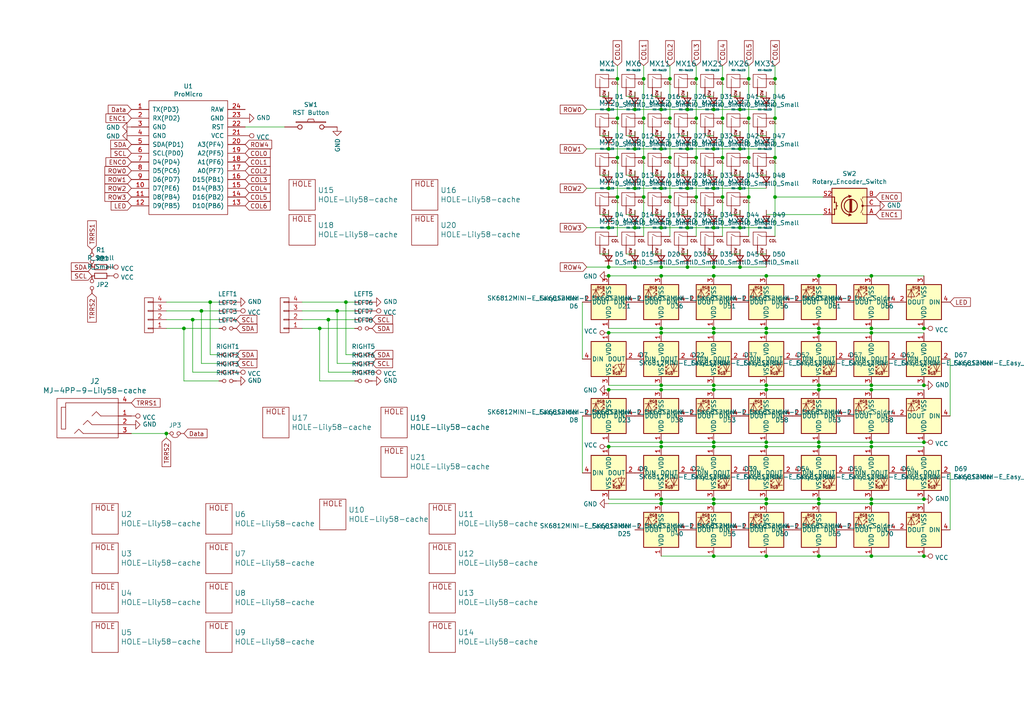
<source format=kicad_sch>
(kicad_sch (version 20231120) (generator "eeschema") (generator_version "8.0")
  (paper "A4")
  (junction (at 267.97 144.78))
  (junction (at 207.01 146.05))
  (junction (at 184.15 77.47))
  (junction (at 186.69 22.86))
  (junction (at 201.93 34.29))
  (junction (at 201.93 57.15))
  (junction (at 214.63 54.61))
  (junction (at 209.55 34.29))
  (junction (at 252.73 128.27))
  (junction (at 222.25 111.76))
  (junction (at 237.49 129.54))
  (junction (at 184.15 66.04))
  (junction (at 176.53 96.52))
  (junction (at 176.53 31.75))
  (junction (at 222.25 129.54))
  (junction (at 179.07 45.72))
  (junction (at 191.77 144.78))
  (junction (at 207.01 111.76))
  (junction (at 199.39 54.61))
  (junction (at 237.49 113.03))
  (junction (at 222.25 96.52))
  (junction (at 209.55 45.72))
  (junction (at 267.97 95.25))
  (junction (at 176.53 66.04))
  (junction (at 194.31 34.29))
  (junction (at 252.73 144.78))
  (junction (at 184.15 43.18))
  (junction (at 207.01 161.29))
  (junction (at 55.88 92.71))
  (junction (at 58.42 90.17))
  (junction (at 267.97 128.27))
  (junction (at 191.77 80.01))
  (junction (at 207.01 113.03))
  (junction (at 184.15 31.75))
  (junction (at 199.39 43.18))
  (junction (at 267.97 161.29))
  (junction (at 191.77 31.75))
  (junction (at 191.77 128.27))
  (junction (at 191.77 66.04))
  (junction (at 186.69 34.29))
  (junction (at 53.34 95.25))
  (junction (at 222.25 80.01))
  (junction (at 237.49 111.76))
  (junction (at 191.77 95.25))
  (junction (at 224.79 57.15))
  (junction (at 191.77 146.05))
  (junction (at 176.53 129.54))
  (junction (at 191.77 129.54))
  (junction (at 252.73 129.54))
  (junction (at 207.01 128.27))
  (junction (at 222.25 146.05))
  (junction (at 179.07 57.15))
  (junction (at 252.73 146.05))
  (junction (at 252.73 80.01))
  (junction (at 224.79 45.72))
  (junction (at 267.97 111.76))
  (junction (at 194.31 57.15))
  (junction (at 209.55 57.15))
  (junction (at 199.39 31.75))
  (junction (at 199.39 66.04))
  (junction (at 224.79 22.86))
  (junction (at 207.01 95.25))
  (junction (at 199.39 77.47))
  (junction (at 201.93 45.72))
  (junction (at 207.01 31.75))
  (junction (at 194.31 22.86))
  (junction (at 176.53 54.61))
  (junction (at 217.17 22.86))
  (junction (at 207.01 80.01))
  (junction (at 237.49 146.05))
  (junction (at 214.63 66.04))
  (junction (at 176.53 113.03))
  (junction (at 207.01 144.78))
  (junction (at 97.79 90.17))
  (junction (at 222.25 128.27))
  (junction (at 207.01 54.61))
  (junction (at 214.63 43.18))
  (junction (at 194.31 45.72))
  (junction (at 186.69 45.72))
  (junction (at 217.17 57.15))
  (junction (at 252.73 111.76))
  (junction (at 252.73 95.25))
  (junction (at 222.25 113.03))
  (junction (at 207.01 43.18))
  (junction (at 191.77 43.18))
  (junction (at 222.25 144.78))
  (junction (at 176.53 77.47))
  (junction (at 60.96 87.63))
  (junction (at 191.77 77.47))
  (junction (at 237.49 95.25))
  (junction (at 191.77 111.76))
  (junction (at 222.25 95.25))
  (junction (at 237.49 80.01))
  (junction (at 237.49 161.29))
  (junction (at 191.77 54.61))
  (junction (at 214.63 31.75))
  (junction (at 252.73 113.03))
  (junction (at 176.53 80.01))
  (junction (at 176.53 43.18))
  (junction (at 217.17 34.29))
  (junction (at 191.77 96.52))
  (junction (at 207.01 66.04))
  (junction (at 92.71 95.25))
  (junction (at 201.93 22.86))
  (junction (at 207.01 129.54))
  (junction (at 237.49 96.52))
  (junction (at 237.49 144.78))
  (junction (at 237.49 128.27))
  (junction (at 222.25 161.29))
  (junction (at 48.26 125.73))
  (junction (at 186.69 57.15))
  (junction (at 224.79 34.29))
  (junction (at 252.73 161.29))
  (junction (at 191.77 113.03))
  (junction (at 100.33 87.63))
  (junction (at 217.17 45.72))
  (junction (at 179.07 34.29))
  (junction (at 207.01 77.47))
  (junction (at 252.73 96.52))
  (junction (at 95.25 92.71))
  (junction (at 209.55 22.86))
  (junction (at 207.01 96.52))
  (junction (at 184.15 54.61))
  (junction (at 214.63 77.47))
  (junction (at 179.07 22.86))
  (wire (pts (xy 199.39 27.94) (xy 199.39 26.67)))
  (wire (pts (xy 201.93 34.29) (xy 201.93 22.86)))
  (wire (pts (xy 222.25 96.52) (xy 207.01 96.52)))
  (wire (pts (xy 222.25 128.27) (xy 237.49 128.27)))
  (wire (pts (xy 173.99 27.94) (xy 176.53 27.94)))
  (wire (pts (xy 252.73 146.05) (xy 267.97 146.05)))
  (wire (pts (xy 207.01 77.47) (xy 199.39 77.47)))
  (wire (pts (xy 87.63 90.17) (xy 97.79 90.17)))
  (wire (pts (xy 204.47 73.66) (xy 207.01 73.66)))
  (wire (pts (xy 189.23 39.37) (xy 191.77 39.37)))
  (wire (pts (xy 186.69 45.72) (xy 186.69 34.29)))
  (wire (pts (xy 267.97 129.54) (xy 252.73 129.54)))
  (wire (pts (xy 92.71 95.25) (xy 102.87 95.25)))
  (wire (pts (xy 60.96 87.63) (xy 60.96 102.87)))
  (wire (pts (xy 275.59 104.14) (xy 275.59 120.65)))
  (wire (pts (xy 252.73 129.54) (xy 237.49 129.54)))
  (wire (pts (xy 173.99 73.66) (xy 176.53 73.66)))
  (wire (pts (xy 196.85 27.94) (xy 199.39 27.94)))
  (wire (pts (xy 207.01 54.61) (xy 199.39 54.61)))
  (wire (pts (xy 186.69 22.86) (xy 186.69 19.05)))
  (wire (pts (xy 179.07 57.15) (xy 179.07 45.72)))
  (wire (pts (xy 222.25 111.76) (xy 207.01 111.76)))
  (wire (pts (xy 219.71 39.37) (xy 222.25 39.37)))
  (wire (pts (xy 176.53 146.05) (xy 191.77 146.05)))
  (wire (pts (xy 199.39 43.18) (xy 191.77 43.18)))
  (wire (pts (xy 217.17 45.72) (xy 217.17 34.29)))
  (wire (pts (xy 217.17 34.29) (xy 217.17 22.86)))
  (wire (pts (xy 71.12 36.83) (xy 82.55 36.83)))
  (wire (pts (xy 184.15 77.47) (xy 176.53 77.47)))
  (wire (pts (xy 237.49 144.78) (xy 222.25 144.78)))
  (wire (pts (xy 209.55 57.15) (xy 209.55 45.72)))
  (wire (pts (xy 267.97 144.78) (xy 252.73 144.78)))
  (wire (pts (xy 222.25 54.61) (xy 214.63 54.61)))
  (wire (pts (xy 48.26 92.71) (xy 55.88 92.71)))
  (wire (pts (xy 207.01 161.29) (xy 222.25 161.29)))
  (wire (pts (xy 97.79 90.17) (xy 97.79 105.41)))
  (wire (pts (xy 191.77 66.04) (xy 184.15 66.04)))
  (wire (pts (xy 191.77 128.27) (xy 207.01 128.27)))
  (wire (pts (xy 212.09 50.8) (xy 214.63 50.8)))
  (wire (pts (xy 196.85 50.8) (xy 199.39 50.8)))
  (wire (pts (xy 214.63 62.23) (xy 214.63 60.96)))
  (wire (pts (xy 199.39 62.23) (xy 199.39 60.96)))
  (wire (pts (xy 48.26 125.73) (xy 48.26 127)))
  (wire (pts (xy 222.25 144.78) (xy 207.01 144.78)))
  (wire (pts (xy 191.77 31.75) (xy 184.15 31.75)))
  (wire (pts (xy 97.79 90.17) (xy 102.87 90.17)))
  (wire (pts (xy 176.53 128.27) (xy 191.77 128.27)))
  (wire (pts (xy 222.25 39.37) (xy 222.25 38.1)))
  (wire (pts (xy 53.34 95.25) (xy 53.34 110.49)))
  (wire (pts (xy 222.25 43.18) (xy 214.63 43.18)))
  (wire (pts (xy 209.55 45.72) (xy 209.55 34.29)))
  (wire (pts (xy 222.25 113.03) (xy 237.49 113.03)))
  (wire (pts (xy 191.77 73.66) (xy 191.77 72.39)))
  (wire (pts (xy 222.25 27.94) (xy 222.25 26.67)))
  (wire (pts (xy 222.25 66.04) (xy 214.63 66.04)))
  (wire (pts (xy 199.39 73.66) (xy 199.39 72.39)))
  (wire (pts (xy 191.77 50.8) (xy 191.77 49.53)))
  (wire (pts (xy 95.25 92.71) (xy 102.87 92.71)))
  (wire (pts (xy 55.88 107.95) (xy 63.5 107.95)))
  (wire (pts (xy 214.63 27.94) (xy 214.63 26.67)))
  (wire (pts (xy 222.25 95.25) (xy 237.49 95.25)))
  (wire (pts (xy 196.85 39.37) (xy 199.39 39.37)))
  (wire (pts (xy 189.23 62.23) (xy 191.77 62.23)))
  (wire (pts (xy 214.63 43.18) (xy 207.01 43.18)))
  (wire (pts (xy 176.53 77.47) (xy 170.18 77.47)))
  (wire (pts (xy 194.31 34.29) (xy 194.31 22.86)))
  (wire (pts (xy 222.25 50.8) (xy 222.25 49.53)))
  (wire (pts (xy 87.63 95.25) (xy 92.71 95.25)))
  (wire (pts (xy 95.25 107.95) (xy 102.87 107.95)))
  (wire (pts (xy 186.69 34.29) (xy 186.69 22.86)))
  (wire (pts (xy 191.77 96.52) (xy 176.53 96.52)))
  (wire (pts (xy 224.79 57.15) (xy 224.79 68.58)))
  (wire (pts (xy 189.23 50.8) (xy 191.77 50.8)))
  (wire (pts (xy 55.88 92.71) (xy 63.5 92.71)))
  (wire (pts (xy 224.79 45.72) (xy 224.79 57.15)))
  (wire (pts (xy 214.63 66.04) (xy 207.01 66.04)))
  (wire (pts (xy 189.23 27.94) (xy 191.77 27.94)))
  (wire (pts (xy 222.25 80.01) (xy 237.49 80.01)))
  (wire (pts (xy 201.93 57.15) (xy 201.93 45.72)))
  (wire (pts (xy 204.47 39.37) (xy 207.01 39.37)))
  (wire (pts (xy 173.99 62.23) (xy 176.53 62.23)))
  (wire (pts (xy 60.96 102.87) (xy 63.5 102.87)))
  (wire (pts (xy 199.39 39.37) (xy 199.39 38.1)))
  (wire (pts (xy 207.01 146.05) (xy 222.25 146.05)))
  (wire (pts (xy 222.25 161.29) (xy 237.49 161.29)))
  (wire (pts (xy 207.01 144.78) (xy 191.77 144.78)))
  (wire (pts (xy 191.77 80.01) (xy 207.01 80.01)))
  (wire (pts (xy 168.91 120.65) (xy 168.91 137.16)))
  (wire (pts (xy 252.73 113.03) (xy 267.97 113.03)))
  (wire (pts (xy 58.42 90.17) (xy 58.42 105.41)))
  (wire (pts (xy 92.71 95.25) (xy 92.71 110.49)))
  (wire (pts (xy 214.63 50.8) (xy 214.63 49.53)))
  (wire (pts (xy 199.39 54.61) (xy 191.77 54.61)))
  (wire (pts (xy 191.77 39.37) (xy 191.77 38.1)))
  (wire (pts (xy 184.15 31.75) (xy 176.53 31.75)))
  (wire (pts (xy 214.63 31.75) (xy 207.01 31.75)))
  (wire (pts (xy 186.69 57.15) (xy 186.69 45.72)))
  (wire (pts (xy 209.55 68.58) (xy 209.55 57.15)))
  (wire (pts (xy 199.39 50.8) (xy 199.39 49.53)))
  (wire (pts (xy 204.47 50.8) (xy 207.01 50.8)))
  (wire (pts (xy 92.71 110.49) (xy 102.87 110.49)))
  (wire (pts (xy 207.01 62.23) (xy 207.01 60.96)))
  (wire (pts (xy 191.77 161.29) (xy 207.01 161.29)))
  (wire (pts (xy 176.53 27.94) (xy 176.53 26.67)))
  (wire (pts (xy 173.99 50.8) (xy 176.53 50.8)))
  (wire (pts (xy 176.53 113.03) (xy 191.77 113.03)))
  (wire (pts (xy 222.25 77.47) (xy 214.63 77.47)))
  (wire (pts (xy 196.85 73.66) (xy 199.39 73.66)))
  (wire (pts (xy 176.53 95.25) (xy 191.77 95.25)))
  (wire (pts (xy 207.01 66.04) (xy 199.39 66.04)))
  (wire (pts (xy 207.01 111.76) (xy 191.77 111.76)))
  (wire (pts (xy 87.63 92.71) (xy 95.25 92.71)))
  (wire (pts (xy 191.77 111.76) (xy 176.53 111.76)))
  (wire (pts (xy 184.15 66.04) (xy 176.53 66.04)))
  (wire (pts (xy 201.93 22.86) (xy 201.93 19.05)))
  (wire (pts (xy 38.1 125.73) (xy 48.26 125.73)))
  (wire (pts (xy 176.53 31.75) (xy 170.18 31.75)))
  (wire (pts (xy 191.77 129.54) (xy 176.53 129.54)))
  (wire (pts (xy 207.01 50.8) (xy 207.01 49.53)))
  (wire (pts (xy 204.47 27.94) (xy 207.01 27.94)))
  (wire (pts (xy 222.25 146.05) (xy 237.49 146.05)))
  (wire (pts (xy 181.61 73.66) (xy 184.15 73.66)))
  (wire (pts (xy 194.31 68.58) (xy 194.31 57.15)))
  (wire (pts (xy 204.47 62.23) (xy 207.01 62.23)))
  (wire (pts (xy 179.07 68.58) (xy 179.07 57.15)))
  (wire (pts (xy 207.01 31.75) (xy 199.39 31.75)))
  (wire (pts (xy 100.33 87.63) (xy 102.87 87.63)))
  (wire (pts (xy 199.39 31.75) (xy 191.77 31.75)))
  (wire (pts (xy 191.77 43.18) (xy 184.15 43.18)))
  (wire (pts (xy 194.31 22.86) (xy 194.31 19.05)))
  (wire (pts (xy 252.73 161.29) (xy 267.97 161.29)))
  (wire (pts (xy 191.77 95.25) (xy 207.01 95.25)))
  (wire (pts (xy 267.97 111.76) (xy 252.73 111.76)))
  (wire (pts (xy 214.63 39.37) (xy 214.63 38.1)))
  (wire (pts (xy 58.42 105.41) (xy 63.5 105.41)))
  (wire (pts (xy 237.49 96.52) (xy 222.25 96.52)))
  (wire (pts (xy 201.93 68.58) (xy 201.93 57.15)))
  (wire (pts (xy 179.07 45.72) (xy 179.07 34.29)))
  (wire (pts (xy 176.53 80.01) (xy 191.77 80.01)))
  (wire (pts (xy 176.53 39.37) (xy 176.53 38.1)))
  (wire (pts (xy 219.71 50.8) (xy 222.25 50.8)))
  (wire (pts (xy 237.49 128.27) (xy 252.73 128.27)))
  (wire (pts (xy 196.85 62.23) (xy 199.39 62.23)))
  (wire (pts (xy 217.17 57.15) (xy 217.17 45.72)))
  (wire (pts (xy 237.49 146.05) (xy 252.73 146.05)))
  (wire (pts (xy 199.39 77.47) (xy 191.77 77.47)))
  (wire (pts (xy 191.77 27.94) (xy 191.77 26.67)))
  (wire (pts (xy 191.77 62.23) (xy 191.77 60.96)))
  (wire (pts (xy 207.01 128.27) (xy 222.25 128.27)))
  (wire (pts (xy 87.63 87.63) (xy 100.33 87.63)))
  (wire (pts (xy 275.59 137.16) (xy 275.59 153.67)))
  (wire (pts (xy 212.09 27.94) (xy 214.63 27.94)))
  (wire (pts (xy 95.25 92.71) (xy 95.25 107.95)))
  (wire (pts (xy 252.73 128.27) (xy 267.97 128.27)))
  (wire (pts (xy 207.01 39.37) (xy 207.01 38.1)))
  (wire (pts (xy 209.55 34.29) (xy 209.55 22.86)))
  (wire (pts (xy 191.77 77.47) (xy 184.15 77.47)))
  (wire (pts (xy 176.53 73.66) (xy 176.53 72.39)))
  (wire (pts (xy 212.09 73.66) (xy 214.63 73.66)))
  (wire (pts (xy 60.96 87.63) (xy 63.5 87.63)))
  (wire (pts (xy 100.33 102.87) (xy 102.87 102.87)))
  (wire (pts (xy 207.01 129.54) (xy 191.77 129.54)))
  (wire (pts (xy 224.79 34.29) (xy 224.79 22.86)))
  (wire (pts (xy 222.25 73.66) (xy 222.25 72.39)))
  (wire (pts (xy 252.73 111.76) (xy 237.49 111.76)))
  (wire (pts (xy 219.71 73.66) (xy 222.25 73.66)))
  (wire (pts (xy 191.77 54.61) (xy 184.15 54.61)))
  (wire (pts (xy 53.34 95.25) (xy 63.5 95.25)))
  (wire (pts (xy 179.07 22.86) (xy 179.07 19.05)))
  (wire (pts (xy 179.07 34.29) (xy 179.07 22.86)))
  (wire (pts (xy 267.97 96.52) (xy 252.73 96.52)))
  (wire (pts (xy 184.15 43.18) (xy 176.53 43.18)))
  (wire (pts (xy 209.55 22.86) (xy 209.55 19.05)))
  (wire (pts (xy 97.79 105.41) (xy 102.87 105.41)))
  (wire (pts (xy 194.31 45.72) (xy 194.31 34.29)))
  (wire (pts (xy 176.53 43.18) (xy 170.18 43.18)))
  (wire (pts (xy 184.15 73.66) (xy 184.15 72.39)))
  (wire (pts (xy 176.53 66.04) (xy 170.18 66.04)))
  (wire (pts (xy 181.61 27.94) (xy 184.15 27.94)))
  (wire (pts (xy 207.01 113.03) (xy 222.25 113.03)))
  (wire (pts (xy 100.33 87.63) (xy 100.33 102.87)))
  (wire (pts (xy 199.39 66.04) (xy 191.77 66.04)))
  (wire (pts (xy 237.49 95.25) (xy 252.73 95.25)))
  (wire (pts (xy 212.09 62.23) (xy 214.63 62.23)))
  (wire (pts (xy 189.23 73.66) (xy 191.77 73.66)))
  (wire (pts (xy 214.63 54.61) (xy 207.01 54.61)))
  (wire (pts (xy 252.73 96.52) (xy 237.49 96.52)))
  (wire (pts (xy 222.25 62.23) (xy 222.25 60.96)))
  (wire (pts (xy 237.49 129.54) (xy 222.25 129.54)))
  (wire (pts (xy 48.26 90.17) (xy 58.42 90.17)))
  (wire (pts (xy 217.17 22.86) (xy 217.17 19.05)))
  (wire (pts (xy 176.53 62.23) (xy 176.53 60.96)))
  (wire (pts (xy 238.76 57.15) (xy 224.79 57.15)))
  (wire (pts (xy 217.17 68.58) (xy 217.17 57.15)))
  (wire (pts (xy 222.25 129.54) (xy 207.01 129.54)))
  (wire (pts (xy 212.09 39.37) (xy 214.63 39.37)))
  (wire (pts (xy 219.71 27.94) (xy 222.25 27.94)))
  (wire (pts (xy 48.26 95.25) (xy 53.34 95.25)))
  (wire (pts (xy 207.01 73.66) (xy 207.01 72.39)))
  (wire (pts (xy 207.01 96.52) (xy 191.77 96.52)))
  (wire (pts (xy 207.01 27.94) (xy 207.01 26.67)))
  (wire (pts (xy 55.88 92.71) (xy 55.88 107.95)))
  (wire (pts (xy 237.49 111.76) (xy 222.25 111.76)))
  (wire (pts (xy 194.31 57.15) (xy 194.31 45.72)))
  (wire (pts (xy 184.15 50.8) (xy 184.15 49.53)))
  (wire (pts (xy 207.01 95.25) (xy 222.25 95.25)))
  (wire (pts (xy 237.49 161.29) (xy 252.73 161.29)))
  (wire (pts (xy 222.25 31.75) (xy 214.63 31.75)))
  (wire (pts (xy 184.15 54.61) (xy 176.53 54.61)))
  (wire (pts (xy 252.73 144.78) (xy 237.49 144.78)))
  (wire (pts (xy 184.15 39.37) (xy 184.15 38.1)))
  (wire (pts (xy 237.49 80.01) (xy 252.73 80.01)))
  (wire (pts (xy 184.15 27.94) (xy 184.15 26.67)))
  (wire (pts (xy 207.01 43.18) (xy 199.39 43.18)))
  (wire (pts (xy 181.61 50.8) (xy 184.15 50.8)))
  (wire (pts (xy 176.53 54.61) (xy 170.18 54.61)))
  (wire (pts (xy 173.99 39.37) (xy 176.53 39.37)))
  (wire (pts (xy 53.34 110.49) (xy 63.5 110.49)))
  (wire (pts (xy 201.93 45.72) (xy 201.93 34.29)))
  (wire (pts (xy 191.77 146.05) (xy 207.01 146.05)))
  (wire (pts (xy 222.25 62.23) (xy 238.76 62.23)))
  (wire (pts (xy 237.49 113.03) (xy 252.73 113.03)))
  (wire (pts (xy 224.79 22.86) (xy 224.79 19.05)))
  (wire (pts (xy 58.42 90.17) (xy 63.5 90.17)))
  (wire (pts (xy 186.69 68.58) (xy 186.69 57.15)))
  (wire (pts (xy 191.77 144.78) (xy 176.53 144.78)))
  (wire (pts (xy 214.63 77.47) (xy 207.01 77.47)))
  (wire (pts (xy 191.77 113.03) (xy 207.01 113.03)))
  (wire (pts (xy 252.73 80.01) (xy 267.97 80.01)))
  (wire (pts (xy 184.15 62.23) (xy 184.15 60.96)))
  (wire (pts (xy 214.63 73.66) (xy 214.63 72.39)))
  (wire (pts (xy 207.01 80.01) (xy 222.25 80.01)))
  (wire (pts (xy 168.91 87.63) (xy 168.91 104.14)))
  (wire (pts (xy 181.61 62.23) (xy 184.15 62.23)))
  (wire (pts (xy 181.61 39.37) (xy 184.15 39.37)))
  (wire (pts (xy 48.26 87.63) (xy 60.96 87.63)))
  (wire (pts (xy 224.79 45.72) (xy 224.79 34.29)))
  (wire (pts (xy 176.53 50.8) (xy 176.53 49.53)))
  (wire (pts (xy 252.73 95.25) (xy 267.97 95.25)))
  (global_label "SCL" (shape input) (at 107.95 92.71 0) (property "Intersheetrefs" "${INTERSHEET_REFS}" (effects (hide yes))))
  (global_label "ROW1" (shape input) (at 38.1 52.07 180) (property "Intersheetrefs" "${INTERSHEET_REFS}" (effects (hide yes))))
  (global_label "SCL" (shape input) (at 26.67 80.01 180) (property "Intersheetrefs" "${INTERSHEET_REFS}" (effects (hide yes))))
  (global_label "COL0" (shape input) (at 179.07 19.05 90) (property "Intersheetrefs" "${INTERSHEET_REFS}" (effects (hide yes))))
  (global_label "COL4" (shape input) (at 209.55 19.05 90) (property "Intersheetrefs" "${INTERSHEET_REFS}" (effects (hide yes))))
  (global_label "COL3" (shape input) (at 201.93 19.05 90) (property "Intersheetrefs" "${INTERSHEET_REFS}" (effects (hide yes))))
  (global_label "SCL" (shape input) (at 68.58 92.71 0) (property "Intersheetrefs" "${INTERSHEET_REFS}" (effects (hide yes))))
  (global_label "SDA" (shape input) (at 107.95 95.25 0) (property "Intersheetrefs" "${INTERSHEET_REFS}" (effects (hide yes))))
  (global_label "SDA" (shape input) (at 38.1 41.91 180) (property "Intersheetrefs" "${INTERSHEET_REFS}" (effects (hide yes))))
  (global_label "COL2" (shape input) (at 194.31 19.05 90) (property "Intersheetrefs" "${INTERSHEET_REFS}" (effects (hide yes))))
  (global_label "TRRS1" (shape input) (at 26.67 72.39 90) (property "Intersheetrefs" "${INTERSHEET_REFS}" (effects (hide yes))))
  (global_label "ROW0" (shape input) (at 170.18 31.75 180) (property "Intersheetrefs" "${INTERSHEET_REFS}" (effects (hide yes))))
  (global_label "LED" (shape input) (at 38.1 59.69 180) (property "Intersheetrefs" "${INTERSHEET_REFS}" (effects (hide yes))))
  (global_label "SDA" (shape input) (at 26.67 77.47 180) (property "Intersheetrefs" "${INTERSHEET_REFS}" (effects (hide yes))))
  (global_label "Data" (shape input) (at 53.34 125.73 0) (property "Intersheetrefs" "${INTERSHEET_REFS}" (effects (hide yes))))
  (global_label "COL1" (shape input) (at 186.69 19.05 90) (property "Intersheetrefs" "${INTERSHEET_REFS}" (effects (hide yes))))
  (global_label "SDA" (shape input) (at 107.95 102.87 0) (property "Intersheetrefs" "${INTERSHEET_REFS}" (effects (hide yes))))
  (global_label "TRRS1" (shape input) (at 38.1 116.84 0) (property "Intersheetrefs" "${INTERSHEET_REFS}" (effects (hide yes))))
  (global_label "COL2" (shape input) (at 71.12 49.53 0) (property "Intersheetrefs" "${INTERSHEET_REFS}" (effects (hide yes))))
  (global_label "COL6" (shape input) (at 224.79 19.05 90) (property "Intersheetrefs" "${INTERSHEET_REFS}" (effects (hide yes))))
  (global_label "COL0" (shape input) (at 71.12 44.45 0) (property "Intersheetrefs" "${INTERSHEET_REFS}" (effects (hide yes))))
  (global_label "ENC1" (shape input) (at 254 62.23 0) (property "Intersheetrefs" "${INTERSHEET_REFS}" (effects (hide yes))))
  (global_label "COL6" (shape input) (at 71.12 59.69 0) (property "Intersheetrefs" "${INTERSHEET_REFS}" (effects (hide yes))))
  (global_label "SCL" (shape input) (at 68.58 105.41 0) (property "Intersheetrefs" "${INTERSHEET_REFS}" (effects (hide yes))))
  (global_label "ROW4" (shape input) (at 71.12 41.91 0) (property "Intersheetrefs" "${INTERSHEET_REFS}" (effects (hide yes))))
  (global_label "ROW4" (shape input) (at 170.18 77.47 180) (property "Intersheetrefs" "${INTERSHEET_REFS}" (effects (hide yes))))
  (global_label "SCL" (shape input) (at 107.95 105.41 0) (property "Intersheetrefs" "${INTERSHEET_REFS}" (effects (hide yes))))
  (global_label "ROW1" (shape input) (at 170.18 43.18 180) (property "Intersheetrefs" "${INTERSHEET_REFS}" (effects (hide yes))))
  (global_label "ENC1" (shape input) (at 38.1 34.29 180) (property "Intersheetrefs" "${INTERSHEET_REFS}" (effects (hide yes))))
  (global_label "SDA" (shape input) (at 68.58 102.87 0) (property "Intersheetrefs" "${INTERSHEET_REFS}" (effects (hide yes))))
  (global_label "ROW2" (shape input) (at 170.18 54.61 180) (property "Intersheetrefs" "${INTERSHEET_REFS}" (effects (hide yes))))
  (global_label "ROW3" (shape input) (at 170.18 66.04 180) (property "Intersheetrefs" "${INTERSHEET_REFS}" (effects (hide yes))))
  (global_label "TRRS2" (shape input) (at 26.67 85.09 270) (property "Intersheetrefs" "${INTERSHEET_REFS}" (effects (hide yes))))
  (global_label "COL5" (shape input) (at 217.17 19.05 90) (property "Intersheetrefs" "${INTERSHEET_REFS}" (effects (hide yes))))
  (global_label "COL1" (shape input) (at 71.12 46.99 0) (property "Intersheetrefs" "${INTERSHEET_REFS}" (effects (hide yes))))
  (global_label "SCL" (shape input) (at 38.1 44.45 180) (property "Intersheetrefs" "${INTERSHEET_REFS}" (effects (hide yes))))
  (global_label "ENC0" (shape input) (at 38.1 46.99 180) (property "Intersheetrefs" "${INTERSHEET_REFS}" (effects (hide yes))))
  (global_label "ROW0" (shape input) (at 38.1 49.53 180) (property "Intersheetrefs" "${INTERSHEET_REFS}" (effects (hide yes))))
  (global_label "ROW3" (shape input) (at 38.1 57.15 180) (property "Intersheetrefs" "${INTERSHEET_REFS}" (effects (hide yes))))
  (global_label "ROW2" (shape input) (at 38.1 54.61 180) (property "Intersheetrefs" "${INTERSHEET_REFS}" (effects (hide yes))))
  (global_label "LED" (shape input) (at 275.59 87.63 0) (property "Intersheetrefs" "${INTERSHEET_REFS}" (effects (hide yes))))
  (global_label "COL5" (shape input) (at 71.12 57.15 0) (property "Intersheetrefs" "${INTERSHEET_REFS}" (effects (hide yes))))
  (global_label "ENC0" (shape input) (at 254 57.15 0) (property "Intersheetrefs" "${INTERSHEET_REFS}" (effects (hide yes))))
  (global_label "COL3" (shape input) (at 71.12 52.07 0) (property "Intersheetrefs" "${INTERSHEET_REFS}" (effects (hide yes))))
  (global_label "Data" (shape input) (at 38.1 31.75 180) (property "Intersheetrefs" "${INTERSHEET_REFS}" (effects (hide yes))))
  (global_label "TRRS2" (shape input) (at 48.26 127 270) (property "Intersheetrefs" "${INTERSHEET_REFS}" (effects (hide yes))))
  (global_label "SDA" (shape input) (at 68.58 95.25 0) (property "Intersheetrefs" "${INTERSHEET_REFS}" (effects (hide yes))))
  (global_label "COL4" (shape input) (at 71.12 54.61 0) (property "Intersheetrefs" "${INTERSHEET_REFS}" (effects (hide yes))))
  (symbol (lib_id "Lily58-rescue:ProMicro_2-Lily58-cache") (at 54.61 45.72 0) (unit 1)
    (property "Reference" "U1" (at 54.61 25.019 0))
    (property "Value" "ProMicro" (at 54.61 27.3304 0))
    (property "Footprint" "Zodiark:ProMicro_rev2" (effects (hide yes)))
  )
  (symbol (lib_id "MX_Alps_Hybrid:MX-NoLED") (at 175.26 24.13 0) (unit 1)
    (property "Reference" "MX1" (at 176.0982 18.4658 0) (effects (font (size 1.524 1.524))))
    (property "Value" "MX-NoLED" (at 176.0982 20.3454 0) (effects (font (size 0.508 0.508))))
    (property "Footprint" "Zodiark:MXOnly-1U-Hotswap-Double-noled" (effects (hide yes)))
  )
  (symbol (lib_id "MX_Alps_Hybrid:MX-NoLED") (at 182.88 24.13 0) (unit 1)
    (property "Reference" "MX6" (at 183.7182 18.4658 0) (effects (font (size 1.524 1.524))))
    (property "Value" "MX-NoLED" (at 183.7182 20.3454 0) (effects (font (size 0.508 0.508))))
    (property "Footprint" "Zodiark:MXOnly-1U-Hotswap-Double-noled" (effects (hide yes)))
  )
  (symbol (lib_id "MX_Alps_Hybrid:MX-NoLED") (at 190.5 24.13 0) (unit 1)
    (property "Reference" "MX11" (at 191.3382 18.4658 0) (effects (font (size 1.524 1.524))))
    (property "Value" "MX-NoLED" (at 191.3382 20.3454 0) (effects (font (size 0.508 0.508))))
    (property "Footprint" "Zodiark:MXOnly-1U-Hotswap-Double-noled" (effects (hide yes)))
  )
  (symbol (lib_id "MX_Alps_Hybrid:MX-NoLED") (at 198.12 24.13 0) (unit 1)
    (property "Reference" "MX16" (at 198.9582 18.4658 0) (effects (font (size 1.524 1.524))))
    (property "Value" "MX-NoLED" (at 198.9582 20.3454 0) (effects (font (size 0.508 0.508))))
    (property "Footprint" "Zodiark:MXOnly-1U-Hotswap-Double-noled" (effects (hide yes)))
  )
  (symbol (lib_id "MX_Alps_Hybrid:MX-NoLED") (at 205.74 24.13 0) (unit 1)
    (property "Reference" "MX21" (at 206.5782 18.4658 0) (effects (font (size 1.524 1.524))))
    (property "Value" "MX-NoLED" (at 206.5782 20.3454 0) (effects (font (size 0.508 0.508))))
    (property "Footprint" "Zodiark:MXOnly-1U-Hotswap-Double-noled" (effects (hide yes)))
  )
  (symbol (lib_id "MX_Alps_Hybrid:MX-NoLED") (at 213.36 24.13 0) (unit 1)
    (property "Reference" "MX26" (at 214.1982 18.4658 0) (effects (font (size 1.524 1.524))))
    (property "Value" "MX-NoLED" (at 214.1982 20.3454 0) (effects (font (size 0.508 0.508))))
    (property "Footprint" "Zodiark:MXOnly-1U-Hotswap-Double-noled" (effects (hide yes)))
  )
  (symbol (lib_id "MX_Alps_Hybrid:MX-NoLED") (at 220.98 24.13 0) (unit 1)
    (property "Reference" "MX31" (at 221.8182 18.4658 0) (effects (font (size 1.524 1.524))))
    (property "Value" "MX-NoLED" (at 221.8182 20.3454 0) (effects (font (size 0.508 0.508))))
    (property "Footprint" "Zodiark:MXOnly-1U-Hotswap-Double-noled" (effects (hide yes)))
  )
  (symbol (lib_id "Device:D_Small") (at 176.53 29.21 90) (unit 1)
    (property "Reference" "D1" (at 178.2572 28.0416 90) (effects (justify right)))
    (property "Value" "D_Small" (at 178.2572 30.353 90) (effects (justify right)))
    (property "Footprint" "Keebio-Parts:D_SOD123F" (effects (hide yes)))
  )
  (symbol (lib_id "Device:D_Small") (at 184.15 29.21 90) (unit 1)
    (property "Reference" "D11" (at 185.8772 28.0416 90) (effects (justify right)))
    (property "Value" "D_Small" (at 185.8772 30.353 90) (effects (justify right)))
    (property "Footprint" "Keebio-Parts:D_SOD123F" (effects (hide yes)))
  )
  (symbol (lib_id "Device:D_Small") (at 191.77 29.21 90) (unit 1)
    (property "Reference" "D16" (at 193.4972 28.0416 90) (effects (justify right)))
    (property "Value" "D_Small" (at 193.4972 30.353 90) (effects (justify right)))
    (property "Footprint" "Keebio-Parts:D_SOD123F" (effects (hide yes)))
  )
  (symbol (lib_id "Device:D_Small") (at 199.39 29.21 90) (unit 1)
    (property "Reference" "D26" (at 201.1172 28.0416 90) (effects (justify right)))
    (property "Value" "D_Small" (at 201.1172 30.353 90) (effects (justify right)))
    (property "Footprint" "Keebio-Parts:D_SOD123F" (effects (hide yes)))
  )
  (symbol (lib_id "Device:D_Small") (at 207.01 29.21 90) (unit 1)
    (property "Reference" "D31" (at 208.7372 28.0416 90) (effects (justify right)))
    (property "Value" "D_Small" (at 208.7372 30.353 90) (effects (justify right)))
    (property "Footprint" "Keebio-Parts:D_SOD123F" (effects (hide yes)))
  )
  (symbol (lib_id "Device:D_Small") (at 214.63 29.21 90) (unit 1)
    (property "Reference" "D41" (at 216.3572 28.0416 90) (effects (justify right)))
    (property "Value" "D_Small" (at 216.3572 30.353 90) (effects (justify right)))
    (property "Footprint" "Keebio-Parts:D_SOD123F" (effects (hide yes)))
  )
  (symbol (lib_id "Device:D_Small") (at 222.25 29.21 90) (unit 1)
    (property "Reference" "D46" (at 223.9772 28.0416 90) (effects (justify right)))
    (property "Value" "D_Small" (at 223.9772 30.353 90) (effects (justify right)))
    (property "Footprint" "Keebio-Parts:D_SOD123F" (effects (hide yes)))
  )
  (symbol (lib_id "MX_Alps_Hybrid:MX-NoLED") (at 175.26 35.56 0) (unit 1)
    (property "Reference" "MX2" (at 176.0982 29.8958 0) (effects (font (size 1.524 1.524))))
    (property "Value" "MX-NoLED" (at 176.0982 31.7754 0) (effects (font (size 0.508 0.508))))
    (property "Footprint" "Zodiark:MXOnly-1U-Hotswap-Double-noled" (effects (hide yes)))
  )
  (symbol (lib_id "MX_Alps_Hybrid:MX-NoLED") (at 182.88 35.56 0) (unit 1)
    (property "Reference" "MX7" (at 183.7182 29.8958 0) (effects (font (size 1.524 1.524))))
    (property "Value" "MX-NoLED" (at 183.7182 31.7754 0) (effects (font (size 0.508 0.508))))
    (property "Footprint" "Zodiark:MXOnly-1U-Hotswap-Double-noled" (effects (hide yes)))
  )
  (symbol (lib_id "MX_Alps_Hybrid:MX-NoLED") (at 190.5 35.56 0) (unit 1)
    (property "Reference" "MX12" (at 191.3382 29.8958 0) (effects (font (size 1.524 1.524))))
    (property "Value" "MX-NoLED" (at 191.3382 31.7754 0) (effects (font (size 0.508 0.508))))
    (property "Footprint" "Zodiark:MXOnly-1U-Hotswap-Double-noled" (effects (hide yes)))
  )
  (symbol (lib_id "MX_Alps_Hybrid:MX-NoLED") (at 198.12 35.56 0) (unit 1)
    (property "Reference" "MX17" (at 198.9582 29.8958 0) (effects (font (size 1.524 1.524))))
    (property "Value" "MX-NoLED" (at 198.9582 31.7754 0) (effects (font (size 0.508 0.508))))
    (property "Footprint" "Zodiark:MXOnly-1U-Hotswap-Double-noled" (effects (hide yes)))
  )
  (symbol (lib_id "MX_Alps_Hybrid:MX-NoLED") (at 205.74 35.56 0) (unit 1)
    (property "Reference" "MX22" (at 206.5782 29.8958 0) (effects (font (size 1.524 1.524))))
    (property "Value" "MX-NoLED" (at 206.5782 31.7754 0) (effects (font (size 0.508 0.508))))
    (property "Footprint" "Zodiark:MXOnly-1U-Hotswap-Double-noled" (effects (hide yes)))
  )
  (symbol (lib_id "MX_Alps_Hybrid:MX-NoLED") (at 213.36 35.56 0) (unit 1)
    (property "Reference" "MX27" (at 214.1982 29.8958 0) (effects (font (size 1.524 1.524))))
    (property "Value" "MX-NoLED" (at 214.1982 31.7754 0) (effects (font (size 0.508 0.508))))
    (property "Footprint" "Zodiark:MXOnly-1U-Hotswap-Double-noled" (effects (hide yes)))
  )
  (symbol (lib_id "MX_Alps_Hybrid:MX-NoLED") (at 220.98 35.56 0) (unit 1)
    (property "Reference" "MX32" (at 221.8182 29.8958 0) (effects (font (size 1.524 1.524))))
    (property "Value" "MX-NoLED" (at 221.8182 31.7754 0) (effects (font (size 0.508 0.508))))
    (property "Footprint" "Zodiark:MXOnly-1U-Hotswap-Double-noled" (effects (hide yes)))
  )
  (symbol (lib_id "Device:D_Small") (at 176.53 40.64 90) (unit 1)
    (property "Reference" "D2" (at 178.2572 39.4716 90) (effects (justify right)))
    (property "Value" "D_Small" (at 178.2572 41.783 90) (effects (justify right)))
    (property "Footprint" "Keebio-Parts:D_SOD123F" (effects (hide yes)))
  )
  (symbol (lib_id "Device:D_Small") (at 184.15 40.64 90) (unit 1)
    (property "Reference" "D12" (at 185.8772 39.4716 90) (effects (justify right)))
    (property "Value" "D_Small" (at 185.8772 41.783 90) (effects (justify right)))
    (property "Footprint" "Keebio-Parts:D_SOD123F" (effects (hide yes)))
  )
  (symbol (lib_id "Device:D_Small") (at 191.77 40.64 90) (unit 1)
    (property "Reference" "D17" (at 193.4972 39.4716 90) (effects (justify right)))
    (property "Value" "D_Small" (at 193.4972 41.783 90) (effects (justify right)))
    (property "Footprint" "Keebio-Parts:D_SOD123F" (effects (hide yes)))
  )
  (symbol (lib_id "Device:D_Small") (at 199.39 40.64 90) (unit 1)
    (property "Reference" "D27" (at 201.1172 39.4716 90) (effects (justify right)))
    (property "Value" "D_Small" (at 201.1172 41.783 90) (effects (justify right)))
    (property "Footprint" "Keebio-Parts:D_SOD123F" (effects (hide yes)))
  )
  (symbol (lib_id "Device:D_Small") (at 207.01 40.64 90) (unit 1)
    (property "Reference" "D32" (at 208.7372 39.4716 90) (effects (justify right)))
    (property "Value" "D_Small" (at 208.7372 41.783 90) (effects (justify right)))
    (property "Footprint" "Keebio-Parts:D_SOD123F" (effects (hide yes)))
  )
  (symbol (lib_id "Device:D_Small") (at 214.63 40.64 90) (unit 1)
    (property "Reference" "D42" (at 216.3572 39.4716 90) (effects (justify right)))
    (property "Value" "D_Small" (at 216.3572 41.783 90) (effects (justify right)))
    (property "Footprint" "Keebio-Parts:D_SOD123F" (effects (hide yes)))
  )
  (symbol (lib_id "Device:D_Small") (at 222.25 40.64 90) (unit 1)
    (property "Reference" "D47" (at 223.9772 39.4716 90) (effects (justify right)))
    (property "Value" "D_Small" (at 223.9772 41.783 90) (effects (justify right)))
    (property "Footprint" "Keebio-Parts:D_SOD123F" (effects (hide yes)))
  )
  (symbol (lib_id "MX_Alps_Hybrid:MX-NoLED") (at 175.26 46.99 0) (unit 1)
    (property "Reference" "MX3" (at 176.0982 41.3258 0) (effects (font (size 1.524 1.524))))
    (property "Value" "MX-NoLED" (at 176.0982 43.2054 0) (effects (font (size 0.508 0.508))))
    (property "Footprint" "Zodiark:MXOnly-1U-Hotswap-Double-noled" (effects (hide yes)))
  )
  (symbol (lib_id "MX_Alps_Hybrid:MX-NoLED") (at 182.88 46.99 0) (unit 1)
    (property "Reference" "MX8" (at 183.7182 41.3258 0) (effects (font (size 1.524 1.524))))
    (property "Value" "MX-NoLED" (at 183.7182 43.2054 0) (effects (font (size 0.508 0.508))))
    (property "Footprint" "Zodiark:MXOnly-1U-Hotswap-Double-noled" (effects (hide yes)))
  )
  (symbol (lib_id "MX_Alps_Hybrid:MX-NoLED") (at 190.5 46.99 0) (unit 1)
    (property "Reference" "MX13" (at 191.3382 41.3258 0) (effects (font (size 1.524 1.524))))
    (property "Value" "MX-NoLED" (at 191.3382 43.2054 0) (effects (font (size 0.508 0.508))))
    (property "Footprint" "Zodiark:MXOnly-1U-Hotswap-Double-noled" (effects (hide yes)))
  )
  (symbol (lib_id "MX_Alps_Hybrid:MX-NoLED") (at 198.12 46.99 0) (unit 1)
    (property "Reference" "MX18" (at 198.9582 41.3258 0) (effects (font (size 1.524 1.524))))
    (property "Value" "MX-NoLED" (at 198.9582 43.2054 0) (effects (font (size 0.508 0.508))))
    (property "Footprint" "Zodiark:MXOnly-1U-Hotswap-Double-noled" (effects (hide yes)))
  )
  (symbol (lib_id "MX_Alps_Hybrid:MX-NoLED") (at 205.74 46.99 0) (unit 1)
    (property "Reference" "MX23" (at 206.5782 41.3258 0) (effects (font (size 1.524 1.524))))
    (property "Value" "MX-NoLED" (at 206.5782 43.2054 0) (effects (font (size 0.508 0.508))))
    (property "Footprint" "Zodiark:MXOnly-1U-Hotswap-Double-noled" (effects (hide yes)))
  )
  (symbol (lib_id "MX_Alps_Hybrid:MX-NoLED") (at 213.36 46.99 0) (unit 1)
    (property "Reference" "MX28" (at 214.1982 41.3258 0) (effects (font (size 1.524 1.524))))
    (property "Value" "MX-NoLED" (at 214.1982 43.2054 0) (effects (font (size 0.508 0.508))))
    (property "Footprint" "Zodiark:MXOnly-1U-Hotswap-Double-noled" (effects (hide yes)))
  )
  (symbol (lib_id "MX_Alps_Hybrid:MX-NoLED") (at 220.98 46.99 0) (unit 1)
    (property "Reference" "MX33" (at 221.8182 41.3258 0) (effects (font (size 1.524 1.524))))
    (property "Value" "MX-NoLED" (at 221.8182 43.2054 0) (effects (font (size 0.508 0.508))))
    (property "Footprint" "Zodiark:MXOnly-1U-Hotswap-Double-noled" (effects (hide yes)))
  )
  (symbol (lib_id "Device:D_Small") (at 176.53 52.07 90) (unit 1)
    (property "Reference" "D3" (at 178.2572 50.9016 90) (effects (justify right)))
    (property "Value" "D_Small" (at 178.2572 53.213 90) (effects (justify right)))
    (property "Footprint" "Keebio-Parts:D_SOD123F" (effects (hide yes)))
  )
  (symbol (lib_id "Device:D_Small") (at 184.15 52.07 90) (unit 1)
    (property "Reference" "D13" (at 185.8772 50.9016 90) (effects (justify right)))
    (property "Value" "D_Small" (at 185.8772 53.213 90) (effects (justify right)))
    (property "Footprint" "Keebio-Parts:D_SOD123F" (effects (hide yes)))
  )
  (symbol (lib_id "Device:D_Small") (at 191.77 52.07 90) (unit 1)
    (property "Reference" "D18" (at 193.4972 50.9016 90) (effects (justify right)))
    (property "Value" "D_Small" (at 193.4972 53.213 90) (effects (justify right)))
    (property "Footprint" "Keebio-Parts:D_SOD123F" (effects (hide yes)))
  )
  (symbol (lib_id "Device:D_Small") (at 199.39 52.07 90) (unit 1)
    (property "Reference" "D28" (at 201.1172 50.9016 90) (effects (justify right)))
    (property "Value" "D_Small" (at 201.1172 53.213 90) (effects (justify right)))
    (property "Footprint" "Keebio-Parts:D_SOD123F" (effects (hide yes)))
  )
  (symbol (lib_id "Device:D_Small") (at 207.01 52.07 90) (unit 1)
    (property "Reference" "D33" (at 208.7372 50.9016 90) (effects (justify right)))
    (property "Value" "D_Small" (at 208.7372 53.213 90) (effects (justify right)))
    (property "Footprint" "Keebio-Parts:D_SOD123F" (effects (hide yes)))
  )
  (symbol (lib_id "Device:D_Small") (at 214.63 52.07 90) (unit 1)
    (property "Reference" "D43" (at 216.3572 50.9016 90) (effects (justify right)))
    (property "Value" "D_Small" (at 216.3572 53.213 90) (effects (justify right)))
    (property "Footprint" "Keebio-Parts:D_SOD123F" (effects (hide yes)))
  )
  (symbol (lib_id "Device:D_Small") (at 222.25 52.07 90) (unit 1)
    (property "Reference" "D48" (at 223.9772 50.9016 90) (effects (justify right)))
    (property "Value" "D_Small" (at 223.9772 53.213 90) (effects (justify right)))
    (property "Footprint" "Keebio-Parts:D_SOD123F" (effects (hide yes)))
  )
  (symbol (lib_id "MX_Alps_Hybrid:MX-NoLED") (at 175.26 58.42 0) (unit 1)
    (property "Reference" "MX4" (at 176.0982 52.7558 0) (effects (font (size 1.524 1.524))))
    (property "Value" "MX-NoLED" (at 176.0982 54.6354 0) (effects (font (size 0.508 0.508))))
    (property "Footprint" "Zodiark:MXOnly-1U-Hotswap-Double-noled" (effects (hide yes)))
  )
  (symbol (lib_id "MX_Alps_Hybrid:MX-NoLED") (at 182.88 58.42 0) (unit 1)
    (property "Reference" "MX9" (at 183.7182 52.7558 0) (effects (font (size 1.524 1.524))))
    (property "Value" "MX-NoLED" (at 183.7182 54.6354 0) (effects (font (size 0.508 0.508))))
    (property "Footprint" "Zodiark:MXOnly-1U-Hotswap-Double-noled" (effects (hide yes)))
  )
  (symbol (lib_id "MX_Alps_Hybrid:MX-NoLED") (at 190.5 58.42 0) (unit 1)
    (property "Reference" "MX14" (at 191.3382 52.7558 0) (effects (font (size 1.524 1.524))))
    (property "Value" "MX-NoLED" (at 191.3382 54.6354 0) (effects (font (size 0.508 0.508))))
    (property "Footprint" "Zodiark:MXOnly-1U-Hotswap-Double-noled" (effects (hide yes)))
  )
  (symbol (lib_id "MX_Alps_Hybrid:MX-NoLED") (at 198.12 58.42 0) (unit 1)
    (property "Reference" "MX19" (at 198.9582 52.7558 0) (effects (font (size 1.524 1.524))))
    (property "Value" "MX-NoLED" (at 198.9582 54.6354 0) (effects (font (size 0.508 0.508))))
    (property "Footprint" "Zodiark:MXOnly-1U-Hotswap-Double-noled" (effects (hide yes)))
  )
  (symbol (lib_id "MX_Alps_Hybrid:MX-NoLED") (at 205.74 58.42 0) (unit 1)
    (property "Reference" "MX24" (at 206.5782 52.7558 0) (effects (font (size 1.524 1.524))))
    (property "Value" "MX-NoLED" (at 206.5782 54.6354 0) (effects (font (size 0.508 0.508))))
    (property "Footprint" "Zodiark:MXOnly-1U-Hotswap-Double-noled" (effects (hide yes)))
  )
  (symbol (lib_id "MX_Alps_Hybrid:MX-NoLED") (at 213.36 58.42 0) (unit 1)
    (property "Reference" "MX29" (at 214.1982 52.7558 0) (effects (font (size 1.524 1.524))))
    (property "Value" "MX-NoLED" (at 214.1982 54.6354 0) (effects (font (size 0.508 0.508))))
    (property "Footprint" "Zodiark:MXOnly-1U-Hotswap-Double-noled" (effects (hide yes)))
  )
  (symbol (lib_id "Device:D_Small") (at 176.53 63.5 90) (unit 1)
    (property "Reference" "D4" (at 178.2572 62.3316 90) (effects (justify right)))
    (property "Value" "D_Small" (at 178.2572 64.643 90) (effects (justify right)))
    (property "Footprint" "Keebio-Parts:D_SOD123F" (effects (hide yes)))
  )
  (symbol (lib_id "Device:D_Small") (at 184.15 63.5 90) (unit 1)
    (property "Reference" "D14" (at 185.8772 62.3316 90) (effects (justify right)))
    (property "Value" "D_Small" (at 185.8772 64.643 90) (effects (justify right)))
    (property "Footprint" "Keebio-Parts:D_SOD123F" (effects (hide yes)))
  )
  (symbol (lib_id "Device:D_Small") (at 191.77 63.5 90) (unit 1)
    (property "Reference" "D19" (at 193.4972 62.3316 90) (effects (justify right)))
    (property "Value" "D_Small" (at 193.4972 64.643 90) (effects (justify right)))
    (property "Footprint" "Keebio-Parts:D_SOD123F" (effects (hide yes)))
  )
  (symbol (lib_id "Device:D_Small") (at 199.39 63.5 90) (unit 1)
    (property "Reference" "D29" (at 201.1172 62.3316 90) (effects (justify right)))
    (property "Value" "D_Small" (at 201.1172 64.643 90) (effects (justify right)))
    (property "Footprint" "Keebio-Parts:D_SOD123F" (effects (hide yes)))
  )
  (symbol (lib_id "Device:D_Small") (at 207.01 63.5 90) (unit 1)
    (property "Reference" "D34" (at 208.7372 62.3316 90) (effects (justify right)))
    (property "Value" "D_Small" (at 208.7372 64.643 90) (effects (justify right)))
    (property "Footprint" "Keebio-Parts:D_SOD123F" (effects (hide yes)))
  )
  (symbol (lib_id "Device:D_Small") (at 214.63 63.5 90) (unit 1)
    (property "Reference" "D44" (at 216.3572 62.3316 90) (effects (justify right)))
    (property "Value" "D_Small" (at 216.3572 64.643 90) (effects (justify right)))
    (property "Footprint" "Keebio-Parts:D_SOD123F" (effects (hide yes)))
  )
  (symbol (lib_id "Device:D_Small") (at 222.25 63.5 90) (unit 1)
    (property "Reference" "D49" (at 223.9772 62.3316 90) (effects (justify right)))
    (property "Value" "D_Small" (at 223.9772 64.643 90) (effects (justify right)))
    (property "Footprint" "Keebio-Parts:D_SOD123F" (effects (hide yes)))
  )
  (symbol (lib_id "MX_Alps_Hybrid:MX-NoLED") (at 175.26 69.85 0) (unit 1)
    (property "Reference" "MX5" (at 176.0982 64.1858 0) (effects (font (size 1.524 1.524))))
    (property "Value" "MX-NoLED" (at 176.0982 66.0654 0) (effects (font (size 0.508 0.508))))
    (property "Footprint" "Zodiark:MXOnly-1U-Hotswap-Double-noled" (effects (hide yes)))
  )
  (symbol (lib_id "MX_Alps_Hybrid:MX-NoLED") (at 182.88 69.85 0) (unit 1)
    (property "Reference" "MX10" (at 183.7182 64.1858 0) (effects (font (size 1.524 1.524))))
    (property "Value" "MX-NoLED" (at 183.7182 66.0654 0) (effects (font (size 0.508 0.508))))
    (property "Footprint" "Zodiark:MXOnly-1U-Hotswap-Double-noled" (effects (hide yes)))
  )
  (symbol (lib_id "MX_Alps_Hybrid:MX-NoLED") (at 190.5 69.85 0) (unit 1)
    (property "Reference" "MX15" (at 191.3382 64.1858 0) (effects (font (size 1.524 1.524))))
    (property "Value" "MX-NoLED" (at 191.3382 66.0654 0) (effects (font (size 0.508 0.508))))
    (property "Footprint" "Zodiark:MXOnly-1U-Hotswap-Double-noled" (effects (hide yes)))
  )
  (symbol (lib_id "MX_Alps_Hybrid:MX-NoLED") (at 198.12 69.85 0) (unit 1)
    (property "Reference" "MX20" (at 198.9582 64.1858 0) (effects (font (size 1.524 1.524))))
    (property "Value" "MX-NoLED" (at 198.9582 66.0654 0) (effects (font (size 0.508 0.508))))
    (property "Footprint" "Zodiark:MXOnly-1U-Hotswap-Double-noled" (effects (hide yes)))
  )
  (symbol (lib_id "MX_Alps_Hybrid:MX-NoLED") (at 205.74 69.85 0) (unit 1)
    (property "Reference" "MX25" (at 206.5782 64.1858 0) (effects (font (size 1.524 1.524))))
    (property "Value" "MX-NoLED" (at 206.5782 66.0654 0) (effects (font (size 0.508 0.508))))
    (property "Footprint" "Zodiark:MXOnly-1U-Hotswap-Double-noled" (effects (hide yes)))
  )
  (symbol (lib_id "MX_Alps_Hybrid:MX-NoLED") (at 213.36 69.85 0) (unit 1)
    (property "Reference" "MX30" (at 214.1982 64.1858 0) (effects (font (size 1.524 1.524))))
    (property "Value" "MX-NoLED" (at 214.1982 66.0654 0) (effects (font (size 0.508 0.508))))
    (property "Footprint" "Zodiark:MXOnly-1U-Hotswap-Double-noled" (effects (hide yes)))
  )
  (symbol (lib_id "MX_Alps_Hybrid:MX-NoLED") (at 220.98 69.85 0) (unit 1)
    (property "Reference" "MX34" (at 221.8182 64.1858 0) (effects (font (size 1.524 1.524))))
    (property "Value" "MX-NoLED" (at 221.8182 66.0654 0) (effects (font (size 0.508 0.508))))
    (property "Footprint" "Zodiark:MXOnly-1U-Hotswap-Double-noled" (effects (hide yes)))
  )
  (symbol (lib_id "Device:D_Small") (at 176.53 74.93 90) (unit 1)
    (property "Reference" "D5" (at 178.2572 73.7616 90) (effects (justify right)))
    (property "Value" "D_Small" (at 178.2572 76.073 90) (effects (justify right)))
    (property "Footprint" "Keebio-Parts:D_SOD123F" (effects (hide yes)))
  )
  (symbol (lib_id "Device:D_Small") (at 184.15 74.93 90) (unit 1)
    (property "Reference" "D15" (at 185.8772 73.7616 90) (effects (justify right)))
    (property "Value" "D_Small" (at 185.8772 76.073 90) (effects (justify right)))
    (property "Footprint" "Keebio-Parts:D_SOD123F" (effects (hide yes)))
  )
  (symbol (lib_id "Device:D_Small") (at 191.77 74.93 90) (unit 1)
    (property "Reference" "D20" (at 193.4972 73.7616 90) (effects (justify right)))
    (property "Value" "D_Small" (at 193.4972 76.073 90) (effects (justify right)))
    (property "Footprint" "Keebio-Parts:D_SOD123F" (effects (hide yes)))
  )
  (symbol (lib_id "Device:D_Small") (at 199.39 74.93 90) (unit 1)
    (property "Reference" "D30" (at 201.1172 73.7616 90) (effects (justify right)))
    (property "Value" "D_Small" (at 201.1172 76.073 90) (effects (justify right)))
    (property "Footprint" "Keebio-Parts:D_SOD123F" (effects (hide yes)))
  )
  (symbol (lib_id "Device:D_Small") (at 207.01 74.93 90) (unit 1)
    (property "Reference" "D35" (at 208.7372 73.7616 90) (effects (justify right)))
    (property "Value" "D_Small" (at 208.7372 76.073 90) (effects (justify right)))
    (property "Footprint" "Keebio-Parts:D_SOD123F" (effects (hide yes)))
  )
  (symbol (lib_id "Device:D_Small") (at 214.63 74.93 90) (unit 1)
    (property "Reference" "D45" (at 216.3572 73.7616 90) (effects (justify right)))
    (property "Value" "D_Small" (at 216.3572 76.073 90) (effects (justify right)))
    (property "Footprint" "Keebio-Parts:D_SOD123F" (effects (hide yes)))
  )
  (symbol (lib_id "Device:D_Small") (at 222.25 74.93 90) (unit 1)
    (property "Reference" "D50" (at 223.9772 73.7616 90) (effects (justify right)))
    (property "Value" "D_Small" (at 223.9772 76.073 90) (effects (justify right)))
    (property "Footprint" "Keebio-Parts:D_SOD123F" (effects (hide yes)))
  )
  (symbol (lib_id "sk6812mini-e_easy_solder:SK6812MINI-E_Easy_Solder") (at 176.53 87.63 180) (unit 1)
    (property "Reference" "D6" (at 167.7924 88.7984 0) (effects (justify left)))
    (property "Value" "SK6812MINI-E_Easy_Solder" (at 167.7924 86.487 0) (effects (justify left)))
    (property "Footprint" "Zodiark:YS-SK6812MINI-E" (effects (hide yes)))
  )
  (symbol (lib_id "sk6812mini-e_easy_solder:SK6812MINI-E_Easy_Solder") (at 191.77 87.63 180) (unit 1)
    (property "Reference" "D21" (at 183.0324 88.7984 0) (effects (justify left)))
    (property "Value" "SK6812MINI-E_Easy_Solder" (at 183.0324 86.487 0) (effects (justify left)))
    (property "Footprint" "Zodiark:YS-SK6812MINI-E" (effects (hide yes)))
  )
  (symbol (lib_id "sk6812mini-e_easy_solder:SK6812MINI-E_Easy_Solder") (at 207.01 87.63 180) (unit 1)
    (property "Reference" "D36" (at 198.2724 88.7984 0) (effects (justify left)))
    (property "Value" "SK6812MINI-E_Easy_Solder" (at 198.2724 86.487 0) (effects (justify left)))
    (property "Footprint" "Zodiark:YS-SK6812MINI-E" (effects (hide yes)))
  )
  (symbol (lib_id "sk6812mini-e_easy_solder:SK6812MINI-E_Easy_Solder") (at 222.25 87.63 180) (unit 1)
    (property "Reference" "D51" (at 213.5124 88.7984 0) (effects (justify left)))
    (property "Value" "SK6812MINI-E_Easy_Solder" (at 213.5124 86.487 0) (effects (justify left)))
    (property "Footprint" "Zodiark:YS-SK6812MINI-E" (effects (hide yes)))
  )
  (symbol (lib_id "sk6812mini-e_easy_solder:SK6812MINI-E_Easy_Solder") (at 237.49 87.63 180) (unit 1)
    (property "Reference" "D56" (at 228.7524 88.7984 0) (effects (justify left)))
    (property "Value" "SK6812MINI-E_Easy_Solder" (at 228.7524 86.487 0) (effects (justify left)))
    (property "Footprint" "Zodiark:YS-SK6812MINI-E" (effects (hide yes)))
  )
  (symbol (lib_id "sk6812mini-e_easy_solder:SK6812MINI-E_Easy_Solder") (at 252.73 87.63 180) (unit 1)
    (property "Reference" "D61" (at 243.9924 88.7984 0) (effects (justify left)))
    (property "Value" "SK6812MINI-E_Easy_Solder" (at 243.9924 86.487 0) (effects (justify left)))
    (property "Footprint" "Zodiark:YS-SK6812MINI-E" (effects (hide yes)))
  )
  (symbol (lib_id "sk6812mini-e_easy_solder:SK6812MINI-E_Easy_Solder") (at 267.97 87.63 180) (unit 1)
    (property "Reference" "D66" (at 259.2324 88.7984 0) (effects (justify left)))
    (property "Value" "SK6812MINI-E_Easy_Solder" (at 259.2324 86.487 0) (effects (justify left)))
    (property "Footprint" "Zodiark:YS-SK6812MINI-E" (effects (hide yes)))
  )
  (symbol (lib_id "ZodiarkSplit-rescue:GND-power") (at 176.53 80.01 270) (unit 1)
    (property "Reference" "#PWR0109" (effects (hide yes)))
    (property "Value" "GND" (at 173.2788 80.137 90) (effects (justify right)))
  )
  (symbol (lib_id "ZodiarkSplit-rescue:VCC-power") (at 267.97 95.25 270) (unit 1)
    (property "Reference" "#PWR0110" (effects (hide yes)))
    (property "Value" "VCC" (at 271.2212 95.6818 90) (effects (justify left)))
  )
  (symbol (lib_id "ZodiarkSplit-rescue:VCC-power") (at 176.53 96.52 90) (unit 1)
    (property "Reference" "#PWR0101" (effects (hide yes)))
    (property "Value" "VCC" (at 173.2788 96.0882 90) (effects (justify left)))
  )
  (symbol (lib_id "ZodiarkSplit-rescue:GND-power") (at 267.97 111.76 90) (unit 1)
    (property "Reference" "#PWR0102" (effects (hide yes)))
    (property "Value" "GND" (at 271.2212 111.633 90) (effects (justify right)))
  )
  (symbol (lib_id "sk6812mini-e_easy_solder:SK6812MINI-E_Easy_Solder") (at 176.53 104.14 0) (unit 1)
    (property "Reference" "D7" (at 185.2676 102.9716 0) (effects (justify left)))
    (property "Value" "SK6812MINI-E_Easy_Solder" (at 185.2676 105.283 0) (effects (justify left)))
    (property "Footprint" "Zodiark:YS-SK6812MINI-E" (effects (hide yes)))
  )
  (symbol (lib_id "sk6812mini-e_easy_solder:SK6812MINI-E_Easy_Solder") (at 191.77 104.14 0) (unit 1)
    (property "Reference" "D22" (at 200.5076 102.9716 0) (effects (justify left)))
    (property "Value" "SK6812MINI-E_Easy_Solder" (at 200.5076 105.283 0) (effects (justify left)))
    (property "Footprint" "Zodiark:YS-SK6812MINI-E" (effects (hide yes)))
  )
  (symbol (lib_id "sk6812mini-e_easy_solder:SK6812MINI-E_Easy_Solder") (at 207.01 104.14 0) (unit 1)
    (property "Reference" "D37" (at 215.7476 102.9716 0) (effects (justify left)))
    (property "Value" "SK6812MINI-E_Easy_Solder" (at 215.7476 105.283 0) (effects (justify left)))
    (property "Footprint" "Zodiark:YS-SK6812MINI-E" (effects (hide yes)))
  )
  (symbol (lib_id "sk6812mini-e_easy_solder:SK6812MINI-E_Easy_Solder") (at 222.25 104.14 0) (unit 1)
    (property "Reference" "D52" (at 230.9876 102.9716 0) (effects (justify left)))
    (property "Value" "SK6812MINI-E_Easy_Solder" (at 230.9876 105.283 0) (effects (justify left)))
    (property "Footprint" "Zodiark:YS-SK6812MINI-E" (effects (hide yes)))
  )
  (symbol (lib_id "sk6812mini-e_easy_solder:SK6812MINI-E_Easy_Solder") (at 237.49 104.14 0) (unit 1)
    (property "Reference" "D57" (at 246.2276 102.9716 0) (effects (justify left)))
    (property "Value" "SK6812MINI-E_Easy_Solder" (at 246.2276 105.283 0) (effects (justify left)))
    (property "Footprint" "Zodiark:YS-SK6812MINI-E" (effects (hide yes)))
  )
  (symbol (lib_id "sk6812mini-e_easy_solder:SK6812MINI-E_Easy_Solder") (at 252.73 104.14 0) (unit 1)
    (property "Reference" "D62" (at 261.4676 102.9716 0) (effects (justify left)))
    (property "Value" "SK6812MINI-E_Easy_Solder" (at 261.4676 105.283 0) (effects (justify left)))
    (property "Footprint" "Zodiark:YS-SK6812MINI-E" (effects (hide yes)))
  )
  (symbol (lib_id "sk6812mini-e_easy_solder:SK6812MINI-E_Easy_Solder") (at 267.97 104.14 0) (unit 1)
    (property "Reference" "D67" (at 276.7076 102.9716 0) (effects (justify left)))
    (property "Value" "SK6812MINI-E_Easy_Solder" (at 276.7076 105.283 0) (effects (justify left)))
    (property "Footprint" "Zodiark:YS-SK6812MINI-E" (effects (hide yes)))
  )
  (symbol (lib_id "ZodiarkSplit-rescue:VCC-power") (at 267.97 128.27 270) (unit 1)
    (property "Reference" "#PWR0103" (effects (hide yes)))
    (property "Value" "VCC" (at 271.2212 128.7018 90) (effects (justify left)))
  )
  (symbol (lib_id "ZodiarkSplit-rescue:GND-power") (at 176.53 113.03 270) (unit 1)
    (property "Reference" "#PWR0104" (effects (hide yes)))
    (property "Value" "GND" (at 173.2788 113.157 90) (effects (justify right)))
  )
  (symbol (lib_id "sk6812mini-e_easy_solder:SK6812MINI-E_Easy_Solder") (at 267.97 120.65 180) (unit 1)
    (property "Reference" "D68" (at 259.2324 121.8184 0) (effects (justify left)))
    (property "Value" "SK6812MINI-E_Easy_Solder" (at 259.2324 119.507 0) (effects (justify left)))
    (property "Footprint" "Zodiark:YS-SK6812MINI-E" (effects (hide yes)))
  )
  (symbol (lib_id "sk6812mini-e_easy_solder:SK6812MINI-E_Easy_Solder") (at 252.73 120.65 180) (unit 1)
    (property "Reference" "D63" (at 243.9924 121.8184 0) (effects (justify left)))
    (property "Value" "SK6812MINI-E_Easy_Solder" (at 243.9924 119.507 0) (effects (justify left)))
    (property "Footprint" "Zodiark:YS-SK6812MINI-E" (effects (hide yes)))
  )
  (symbol (lib_id "sk6812mini-e_easy_solder:SK6812MINI-E_Easy_Solder") (at 237.49 120.65 180) (unit 1)
    (property "Reference" "D58" (at 228.7524 121.8184 0) (effects (justify left)))
    (property "Value" "SK6812MINI-E_Easy_Solder" (at 228.7524 119.507 0) (effects (justify left)))
    (property "Footprint" "Zodiark:YS-SK6812MINI-E" (effects (hide yes)))
  )
  (symbol (lib_id "sk6812mini-e_easy_solder:SK6812MINI-E_Easy_Solder") (at 222.25 120.65 180) (unit 1)
    (property "Reference" "D53" (at 213.5124 121.8184 0) (effects (justify left)))
    (property "Value" "SK6812MINI-E_Easy_Solder" (at 213.5124 119.507 0) (effects (justify left)))
    (property "Footprint" "Zodiark:YS-SK6812MINI-E" (effects (hide yes)))
  )
  (symbol (lib_id "sk6812mini-e_easy_solder:SK6812MINI-E_Easy_Solder") (at 207.01 120.65 180) (unit 1)
    (property "Reference" "D38" (at 198.2724 121.8184 0) (effects (justify left)))
    (property "Value" "SK6812MINI-E_Easy_Solder" (at 198.2724 119.507 0) (effects (justify left)))
    (property "Footprint" "Zodiark:YS-SK6812MINI-E" (effects (hide yes)))
  )
  (symbol (lib_id "sk6812mini-e_easy_solder:SK6812MINI-E_Easy_Solder") (at 191.77 120.65 180) (unit 1)
    (property "Reference" "D23" (at 183.0324 121.8184 0) (effects (justify left)))
    (property "Value" "SK6812MINI-E_Easy_Solder" (at 183.0324 119.507 0) (effects (justify left)))
    (property "Footprint" "Zodiark:YS-SK6812MINI-E" (effects (hide yes)))
  )
  (symbol (lib_id "sk6812mini-e_easy_solder:SK6812MINI-E_Easy_Solder") (at 176.53 120.65 180) (unit 1)
    (property "Reference" "D8" (at 167.7924 121.8184 0) (effects (justify left)))
    (property "Value" "SK6812MINI-E_Easy_Solder" (at 167.7924 119.507 0) (effects (justify left)))
    (property "Footprint" "Zodiark:YS-SK6812MINI-E" (effects (hide yes)))
  )
  (symbol (lib_id "ZodiarkSplit-rescue:VCC-power") (at 176.53 129.54 90) (unit 1)
    (property "Reference" "#PWR0105" (effects (hide yes)))
    (property "Value" "VCC" (at 173.2788 129.1082 90) (effects (justify left)))
  )
  (symbol (lib_id "ZodiarkSplit-rescue:GND-power") (at 267.97 144.78 90) (unit 1)
    (property "Reference" "#PWR0106" (effects (hide yes)))
    (property "Value" "GND" (at 271.2212 144.653 90) (effects (justify right)))
  )
  (symbol (lib_id "sk6812mini-e_easy_solder:SK6812MINI-E_Easy_Solder") (at 176.53 137.16 0) (unit 1)
    (property "Reference" "D9" (at 185.2676 135.9916 0) (effects (justify left)))
    (property "Value" "SK6812MINI-E_Easy_Solder" (at 185.2676 138.303 0) (effects (justify left)))
    (property "Footprint" "Zodiark:YS-SK6812MINI-E" (effects (hide yes)))
  )
  (symbol (lib_id "sk6812mini-e_easy_solder:SK6812MINI-E_Easy_Solder") (at 191.77 137.16 0) (unit 1)
    (property "Reference" "D24" (at 200.5076 135.9916 0) (effects (justify left)))
    (property "Value" "SK6812MINI-E_Easy_Solder" (at 200.5076 138.303 0) (effects (justify left)))
    (property "Footprint" "Zodiark:YS-SK6812MINI-E" (effects (hide yes)))
  )
  (symbol (lib_id "sk6812mini-e_easy_solder:SK6812MINI-E_Easy_Solder") (at 207.01 137.16 0) (unit 1)
    (property "Reference" "D39" (at 215.7476 135.9916 0) (effects (justify left)))
    (property "Value" "SK6812MINI-E_Easy_Solder" (at 215.7476 138.303 0) (effects (justify left)))
    (property "Footprint" "Zodiark:YS-SK6812MINI-E" (effects (hide yes)))
  )
  (symbol (lib_id "sk6812mini-e_easy_solder:SK6812MINI-E_Easy_Solder") (at 222.25 137.16 0) (unit 1)
    (property "Reference" "D54" (at 230.9876 135.9916 0) (effects (justify left)))
    (property "Value" "SK6812MINI-E_Easy_Solder" (at 230.9876 138.303 0) (effects (justify left)))
    (property "Footprint" "Zodiark:YS-SK6812MINI-E" (effects (hide yes)))
  )
  (symbol (lib_id "sk6812mini-e_easy_solder:SK6812MINI-E_Easy_Solder") (at 237.49 137.16 0) (unit 1)
    (property "Reference" "D59" (at 246.2276 135.9916 0) (effects (justify left)))
    (property "Value" "SK6812MINI-E_Easy_Solder" (at 246.2276 138.303 0) (effects (justify left)))
    (property "Footprint" "Zodiark:YS-SK6812MINI-E" (effects (hide yes)))
  )
  (symbol (lib_id "sk6812mini-e_easy_solder:SK6812MINI-E_Easy_Solder") (at 252.73 137.16 0) (unit 1)
    (property "Reference" "D64" (at 261.4676 135.9916 0) (effects (justify left)))
    (property "Value" "SK6812MINI-E_Easy_Solder" (at 261.4676 138.303 0) (effects (justify left)))
    (property "Footprint" "Zodiark:YS-SK6812MINI-E" (effects (hide yes)))
  )
  (symbol (lib_id "sk6812mini-e_easy_solder:SK6812MINI-E_Easy_Solder") (at 267.97 137.16 0) (unit 1)
    (property "Reference" "D69" (at 276.7076 135.9916 0) (effects (justify left)))
    (property "Value" "SK6812MINI-E_Easy_Solder" (at 276.7076 138.303 0) (effects (justify left)))
    (property "Footprint" "Zodiark:YS-SK6812MINI-E" (effects (hide yes)))
  )
  (symbol (lib_id "ZodiarkSplit-rescue:VCC-power") (at 267.97 161.29 270) (unit 1)
    (property "Reference" "#PWR0107" (effects (hide yes)))
    (property "Value" "VCC" (at 271.2212 161.7218 90) (effects (justify left)))
  )
  (symbol (lib_id "ZodiarkSplit-rescue:GND-power") (at 176.53 146.05 270) (unit 1)
    (property "Reference" "#PWR0108" (effects (hide yes)))
    (property "Value" "GND" (at 173.2788 146.177 90) (effects (justify right)))
  )
  (symbol (lib_id "sk6812mini-e_easy_solder:SK6812MINI-E_Easy_Solder") (at 267.97 153.67 180) (unit 1)
    (property "Reference" "D70" (at 259.2324 154.8384 0) (effects (justify left)))
    (property "Value" "SK6812MINI-E_Easy_Solder" (at 259.2324 152.527 0) (effects (justify left)))
    (property "Footprint" "Zodiark:YS-SK6812MINI-E" (effects (hide yes)))
  )
  (symbol (lib_id "sk6812mini-e_easy_solder:SK6812MINI-E_Easy_Solder") (at 252.73 153.67 180) (unit 1)
    (property "Reference" "D65" (at 243.9924 154.8384 0) (effects (justify left)))
    (property "Value" "SK6812MINI-E_Easy_Solder" (at 243.9924 152.527 0) (effects (justify left)))
    (property "Footprint" "Zodiark:YS-SK6812MINI-E" (effects (hide yes)))
  )
  (symbol (lib_id "sk6812mini-e_easy_solder:SK6812MINI-E_Easy_Solder") (at 237.49 153.67 180) (unit 1)
    (property "Reference" "D60" (at 228.7524 154.8384 0) (effects (justify left)))
    (property "Value" "SK6812MINI-E_Easy_Solder" (at 228.7524 152.527 0) (effects (justify left)))
    (property "Footprint" "Zodiark:YS-SK6812MINI-E" (effects (hide yes)))
  )
  (symbol (lib_id "sk6812mini-e_easy_solder:SK6812MINI-E_Easy_Solder") (at 222.25 153.67 180) (unit 1)
    (property "Reference" "D55" (at 213.5124 154.8384 0) (effects (justify left)))
    (property "Value" "SK6812MINI-E_Easy_Solder" (at 213.5124 152.527 0) (effects (justify left)))
    (property "Footprint" "Zodiark:YS-SK6812MINI-E" (effects (hide yes)))
  )
  (symbol (lib_id "sk6812mini-e_easy_solder:SK6812MINI-E_Easy_Solder") (at 207.01 153.67 180) (unit 1)
    (property "Reference" "D40" (at 198.2724 154.8384 0) (effects (justify left)))
    (property "Value" "SK6812MINI-E_Easy_Solder" (at 198.2724 152.527 0) (effects (justify left)))
    (property "Footprint" "Zodiark:YS-SK6812MINI-E" (effects (hide yes)))
  )
  (symbol (lib_id "sk6812mini-e_easy_solder:SK6812MINI-E_Easy_Solder") (at 191.77 153.67 180) (unit 1)
    (property "Reference" "D25" (at 183.0324 154.8384 0) (effects (justify left)))
    (property "Value" "SK6812MINI-E_Easy_Solder" (at 183.0324 152.527 0) (effects (justify left)))
    (property "Footprint" "Zodiark:YS-SK6812MINI-E" (effects (hide yes)))
  )
  (symbol (lib_id "ZodiarkSplit-rescue:GND-power") (at 38.1 36.83 270) (unit 1)
    (property "Reference" "#PWR0111" (effects (hide yes)))
    (property "Value" "GND" (at 34.8488 36.957 90) (effects (justify right)))
  )
  (symbol (lib_id "ZodiarkSplit-rescue:GND-power") (at 38.1 39.37 270) (unit 1)
    (property "Reference" "#PWR0112" (effects (hide yes)))
    (property "Value" "GND" (at 34.8488 39.497 90) (effects (justify right)))
  )
  (symbol (lib_id "ZodiarkSplit-rescue:GND-power") (at 71.12 34.29 90) (unit 1)
    (property "Reference" "#PWR0113" (effects (hide yes)))
    (property "Value" "GND" (at 74.3712 34.163 90) (effects (justify right)))
  )
  (symbol (lib_id "ZodiarkSplit-rescue:VCC-power") (at 71.12 39.37 270) (unit 1)
    (property "Reference" "#PWR0114" (effects (hide yes)))
    (property "Value" "VCC" (at 74.3712 39.8018 90) (effects (justify left)))
  )
  (symbol (lib_id "Lily58-rescue:SW_PUSH-Lily58-cache") (at 90.17 36.83 0) (unit 1)
    (property "Reference" "SW1" (at 90.17 30.353 0))
    (property "Value" "RST Button" (at 90.17 32.6644 0))
    (property "Footprint" "Zodiark:TACT_SWITCH_TVBP06" (effects (hide yes)))
  )
  (symbol (lib_id "ZodiarkSplit-rescue:GND-power") (at 97.79 36.83 0) (unit 1)
    (property "Reference" "#PWR0115" (effects (hide yes)))
    (property "Value" "GND" (at 97.917 40.0812 90) (effects (justify right)))
  )
  (symbol (lib_id "ZodiarkSplit-rescue:Rotary_Encoder_Switch-Device") (at 246.38 59.69 180) (unit 1)
    (property "Reference" "SW2" (at 246.38 50.3682 0))
    (property "Value" "Rotary_Encoder_Switch" (at 246.38 52.6796 0))
    (property "Footprint" "Keebio-Parts:RotaryEncoder_EC11" (effects (hide yes)))
  )
  (symbol (lib_id "ZodiarkSplit-rescue:GND-power") (at 254 59.69 90) (unit 1)
    (property "Reference" "#PWR0116" (effects (hide yes)))
    (property "Value" "GND" (at 257.2512 59.563 90) (effects (justify right)))
  )
  (symbol (lib_id "Lily58-rescue:CONN_01X04-Lily58-cache") (at 43.18 91.44 180) (unit 1)
    (property "Reference" "P1" (effects (hide yes)))
    (property "Value" "OLED" (effects (hide yes)))
    (property "Footprint" "Zodiark:OLED_4Pin" (effects (hide yes)))
  )
  (symbol (lib_id "ZodiarkSplit-rescue:VCC-power") (at 68.58 90.17 270) (unit 1)
    (property "Reference" "#PWR0120" (effects (hide yes)))
    (property "Value" "VCC" (at 71.8312 90.6018 90) (effects (justify left)))
  )
  (symbol (lib_id "ZodiarkSplit-rescue:GND-power") (at 68.58 87.63 90) (unit 1)
    (property "Reference" "#PWR0117" (effects (hide yes)))
    (property "Value" "GND" (at 71.8312 87.503 90) (effects (justify right)))
  )
  (symbol (lib_id "ZodiarkSplit-rescue:VCC-power") (at 31.75 77.47 270) (unit 1)
    (property "Reference" "#PWR0118" (effects (hide yes)))
    (property "Value" "VCC" (at 35.0012 77.9018 90) (effects (justify left)))
  )
  (symbol (lib_id "ZodiarkSplit-rescue:VCC-power") (at 31.75 80.01 270) (unit 1)
    (property "Reference" "#PWR0119" (effects (hide yes)))
    (property "Value" "VCC" (at 35.0012 80.4418 90) (effects (justify left)))
  )
  (symbol (lib_id "Device:R_Small") (at 29.21 77.47 270) (unit 1)
    (property "Reference" "R1" (at 29.21 72.4916 90))
    (property "Value" "R_Small" (at 29.21 74.803 90))
    (property "Footprint" "Zodiark:RESISTOR_mini" (effects (hide yes)))
  )
  (symbol (lib_id "Device:R_Small") (at 29.21 80.01 270) (unit 1)
    (property "Reference" "R2" (at 29.21 75.0316 90))
    (property "Value" "R_Small" (at 29.21 77.343 90))
    (property "Footprint" "Zodiark:RESISTOR_mini" (effects (hide yes)))
  )
  (symbol (lib_id "Lily58-rescue:Jumper_NO_Small-Device") (at 66.04 95.25 0) (unit 1)
    (property "Reference" "LEFT4" (at 66.04 92.8878 0))
    (property "Value" "JP1" (effects (hide yes)))
    (property "Footprint" "Zodiark:Jumper" (effects (hide yes)))
  )
  (symbol (lib_id "Lily58-rescue:Jumper_NO_Small-Device") (at 66.04 92.71 0) (unit 1)
    (property "Reference" "LEFT3" (at 66.04 90.3478 0))
    (property "Value" "JP1" (effects (hide yes)))
    (property "Footprint" "Zodiark:Jumper" (effects (hide yes)))
  )
  (symbol (lib_id "Lily58-rescue:Jumper_NO_Small-Device") (at 66.04 90.17 0) (unit 1)
    (property "Reference" "LEFT2" (at 66.04 87.8078 0))
    (property "Value" "JP1" (effects (hide yes)))
    (property "Footprint" "Zodiark:Jumper" (effects (hide yes)))
  )
  (symbol (lib_id "Lily58-rescue:Jumper_NO_Small-Device") (at 66.04 87.63 0) (unit 1)
    (property "Reference" "LEFT1" (at 66.04 85.2678 0))
    (property "Value" "JP1" (effects (hide yes)))
    (property "Footprint" "Zodiark:Jumper" (effects (hide yes)))
  )
  (symbol (lib_id "Lily58-rescue:HOLE-Lily58-cache") (at 128.27 151.13 0) (unit 1)
    (property "Reference" "U11" (at 132.7912 149.1488 0) (effects (font (size 1.524 1.524)) (justify left)))
    (property "Value" "HOLE-Lily58-cache" (at 132.7912 151.8412 0) (effects (font (size 1.524 1.524)) (justify left)))
    (property "Footprint" "Zodiark:HOLE_M2_TH" (effects (hide yes)))
  )
  (symbol (lib_id "Lily58-rescue:HOLE-Lily58-cache") (at 128.27 162.56 0) (unit 1)
    (property "Reference" "U12" (at 132.7912 160.5788 0) (effects (font (size 1.524 1.524)) (justify left)))
    (property "Value" "HOLE-Lily58-cache" (at 132.7912 163.2712 0) (effects (font (size 1.524 1.524)) (justify left)))
    (property "Footprint" "Zodiark:HOLE_M2_TH" (effects (hide yes)))
  )
  (symbol (lib_id "Lily58-rescue:HOLE-Lily58-cache") (at 128.27 173.99 0) (unit 1)
    (property "Reference" "U13" (at 132.7912 172.0088 0) (effects (font (size 1.524 1.524)) (justify left)))
    (property "Value" "HOLE-Lily58-cache" (at 132.7912 174.7012 0) (effects (font (size 1.524 1.524)) (justify left)))
    (property "Footprint" "Zodiark:HOLE_M2_TH" (effects (hide yes)))
  )
  (symbol (lib_id "Lily58-rescue:HOLE-Lily58-cache") (at 128.27 185.42 0) (unit 1)
    (property "Reference" "U14" (at 132.7912 183.4388 0) (effects (font (size 1.524 1.524)) (justify left)))
    (property "Value" "HOLE-Lily58-cache" (at 132.7912 186.1312 0) (effects (font (size 1.524 1.524)) (justify left)))
    (property "Footprint" "Zodiark:HOLE_M2_TH" (effects (hide yes)))
  )
  (symbol (lib_id "Lily58-rescue:CONN_01X04-Lily58-cache") (at 82.55 91.44 180) (unit 1)
    (property "Reference" "P2" (effects (hide yes)))
    (property "Value" "OLED" (effects (hide yes)))
    (property "Footprint" "Zodiark:OLED_4Pin" (effects (hide yes)))
  )
  (symbol (lib_id "ZodiarkSplit-rescue:GND-power") (at 107.95 87.63 90) (unit 1)
    (property "Reference" "#PWR0125" (effects (hide yes)))
    (property "Value" "GND" (at 111.2012 87.503 90) (effects (justify right)))
  )
  (symbol (lib_id "ZodiarkSplit-rescue:VCC-power") (at 107.95 90.17 270) (unit 1)
    (property "Reference" "#PWR0126" (effects (hide yes)))
    (property "Value" "VCC" (at 111.2012 90.6018 90) (effects (justify left)))
  )
  (symbol (lib_id "Lily58-rescue:Jumper_NO_Small-Device") (at 105.41 95.25 0) (unit 1)
    (property "Reference" "LEFT8" (at 105.41 92.8878 0))
    (property "Value" "JP1" (effects (hide yes)))
    (property "Footprint" "Zodiark:Jumper" (effects (hide yes)))
  )
  (symbol (lib_id "Lily58-rescue:Jumper_NO_Small-Device") (at 105.41 90.17 0) (unit 1)
    (property "Reference" "LEFT6" (at 105.41 87.8078 0))
    (property "Value" "JP1" (effects (hide yes)))
    (property "Footprint" "Zodiark:Jumper" (effects (hide yes)))
  )
  (symbol (lib_id "ZodiarkSplit-rescue:GND-power") (at 107.95 110.49 90) (unit 1)
    (property "Reference" "#PWR0127" (effects (hide yes)))
    (property "Value" "GND" (at 111.2012 110.363 90) (effects (justify right)))
  )
  (symbol (lib_id "ZodiarkSplit-rescue:VCC-power") (at 107.95 107.95 270) (unit 1)
    (property "Reference" "#PWR0128" (effects (hide yes)))
    (property "Value" "VCC" (at 111.2012 108.3818 90) (effects (justify left)))
  )
  (symbol (lib_id "Lily58-rescue:Jumper_NO_Small-Device") (at 105.41 110.49 0) (unit 1)
    (property "Reference" "RIGHT8" (at 105.41 108.1278 0))
    (property "Value" "JP1" (effects (hide yes)))
    (property "Footprint" "Zodiark:Jumper" (effects (hide yes)))
  )
  (symbol (lib_id "Lily58-rescue:Jumper_NO_Small-Device") (at 105.41 107.95 0) (unit 1)
    (property "Reference" "RIGHT7" (at 105.41 105.5878 0))
    (property "Value" "JP1" (effects (hide yes)))
    (property "Footprint" "Zodiark:Jumper" (effects (hide yes)))
  )
  (symbol (lib_id "Lily58-rescue:Jumper_NO_Small-Device") (at 105.41 105.41 0) (unit 1)
    (property "Reference" "RIGHT6" (at 105.41 103.0478 0))
    (property "Value" "JP1" (effects (hide yes)))
    (property "Footprint" "Zodiark:Jumper" (effects (hide yes)))
  )
  (symbol (lib_id "Lily58-rescue:Jumper_NO_Small-Device") (at 105.41 102.87 0) (unit 1)
    (property "Reference" "RIGHT5" (at 105.41 100.5078 0))
    (property "Value" "JP1" (effects (hide yes)))
    (property "Footprint" "Zodiark:Jumper" (effects (hide yes)))
  )
  (symbol (lib_id "Lily58-rescue:Jumper_NO_Small-Device") (at 105.41 92.71 0) (unit 1)
    (property "Reference" "LEFT7" (at 105.41 90.3478 0))
    (property "Value" "JP1" (effects (hide yes)))
    (property "Footprint" "Zodiark:Jumper" (effects (hide yes)))
  )
  (symbol (lib_id "Lily58-rescue:Jumper_NO_Small-Device") (at 105.41 87.63 0) (unit 1)
    (property "Reference" "LEFT5" (at 105.41 85.2678 0))
    (property "Value" "JP1" (effects (hide yes)))
    (property "Footprint" "Zodiark:Jumper" (effects (hide yes)))
  )
  (symbol (lib_id "ZodiarkSplit-rescue:GND-power") (at 68.58 110.49 90) (unit 1)
    (property "Reference" "#PWR0121" (effects (hide yes)))
    (property "Value" "GND" (at 71.8312 110.363 90) (effects (justify right)))
  )
  (symbol (lib_id "ZodiarkSplit-rescue:VCC-power") (at 68.58 107.95 270) (unit 1)
    (property "Reference" "#PWR0122" (effects (hide yes)))
    (property "Value" "VCC" (at 71.8312 108.3818 90) (effects (justify left)))
  )
  (symbol (lib_id "Lily58-rescue:Jumper_NO_Small-Device") (at 66.04 110.49 0) (unit 1)
    (property "Reference" "RIGHT4" (at 66.04 108.1278 0))
    (property "Value" "JP1" (effects (hide yes)))
    (property "Footprint" "Zodiark:Jumper" (effects (hide yes)))
  )
  (symbol (lib_id "Lily58-rescue:Jumper_NO_Small-Device") (at 66.04 107.95 0) (unit 1)
    (property "Reference" "RIGHT3" (at 66.04 105.5878 0))
    (property "Value" "JP1" (effects (hide yes)))
    (property "Footprint" "Zodiark:Jumper" (effects (hide yes)))
  )
  (symbol (lib_id "Lily58-rescue:Jumper_NO_Small-Device") (at 66.04 105.41 0) (unit 1)
    (property "Reference" "RIGHT2" (at 66.04 103.0478 0))
    (property "Value" "JP1" (effects (hide yes)))
    (property "Footprint" "Zodiark:Jumper" (effects (hide yes)))
  )
  (symbol (lib_id "Lily58-rescue:Jumper_NO_Small-Device") (at 66.04 102.87 0) (unit 1)
    (property "Reference" "RIGHT1" (at 66.04 100.5078 0))
    (property "Value" "JP1" (effects (hide yes)))
    (property "Footprint" "Zodiark:Jumper" (effects (hide yes)))
  )
  (symbol (lib_id "Lily58-rescue:HOLE-Lily58-cache") (at 123.19 57.15 0) (unit 1)
    (property "Reference" "U16" (at 127.7112 55.1688 0) (effects (font (size 1.524 1.524)) (justify left)))
    (property "Value" "HOLE-Lily58-cache" (at 127.7112 57.8612 0) (effects (font (size 1.524 1.524)) (justify left)))
    (property "Footprint" "Zodiark:HOLE_M2" (effects (hide yes)))
  )
  (symbol (lib_id "Lily58-rescue:HOLE-Lily58-cache") (at 87.63 57.15 0) (unit 1)
    (property "Reference" "U15" (at 92.1512 55.1688 0) (effects (font (size 1.524 1.524)) (justify left)))
    (property "Value" "HOLE-Lily58-cache" (at 92.1512 57.8612 0) (effects (font (size 1.524 1.524)) (justify left)))
    (property "Footprint" "Zodiark:HOLE_M2" (effects (hide yes)))
  )
  (symbol (lib_id "Lily58-rescue:HOLE-Lily58-cache") (at 123.19 67.31 0) (unit 1)
    (property "Reference" "U20" (at 127.7112 65.3288 0) (effects (font (size 1.524 1.524)) (justify left)))
    (property "Value" "HOLE-Lily58-cache" (at 127.7112 68.0212 0) (effects (font (size 1.524 1.524)) (justify left)))
    (property "Footprint" "Zodiark:HOLE_M2" (effects (hide yes)))
  )
  (symbol (lib_id "Lily58-rescue:HOLE-Lily58-cache") (at 87.63 67.31 0) (unit 1)
    (property "Reference" "U18" (at 92.1512 65.3288 0) (effects (font (size 1.524 1.524)) (justify left)))
    (property "Value" "HOLE-Lily58-cache" (at 92.1512 68.0212 0) (effects (font (size 1.524 1.524)) (justify left)))
    (property "Footprint" "Zodiark:HOLE_M2" (effects (hide yes)))
  )
  (symbol (lib_id "Lily58-rescue:HOLE-Lily58-cache") (at 114.3 123.19 0) (unit 1)
    (property "Reference" "U19" (at 118.8212 121.2088 0) (effects (font (size 1.524 1.524)) (justify left)))
    (property "Value" "HOLE-Lily58-cache" (at 118.8212 123.9012 0) (effects (font (size 1.524 1.524)) (justify left)))
    (property "Footprint" "Zodiark:HOLE_M2" (effects (hide yes)))
  )
  (symbol (lib_id "Lily58-rescue:HOLE-Lily58-cache") (at 80.01 123.19 0) (unit 1)
    (property "Reference" "U17" (at 84.5312 121.2088 0) (effects (font (size 1.524 1.524)) (justify left)))
    (property "Value" "HOLE-Lily58-cache" (at 84.5312 123.9012 0) (effects (font (size 1.524 1.524)) (justify left)))
    (property "Footprint" "Zodiark:HOLE_M2" (effects (hide yes)))
  )
  (symbol (lib_id "ZodiarkSplit-rescue:VCC-power") (at 38.1 120.65 270) (unit 1)
    (property "Reference" "#PWR0123" (effects (hide yes)))
    (property "Value" "VCC" (at 41.3512 121.0818 90) (effects (justify left)))
  )
  (symbol (lib_id "ZodiarkSplit-rescue:GND-power") (at 38.1 123.19 90) (unit 1)
    (property "Reference" "#PWR0124" (effects (hide yes)))
    (property "Value" "GND" (at 41.3512 123.063 90) (effects (justify right)))
  )
  (symbol (lib_id "Lily58-rescue:Jumper_NO_Small-Device") (at 26.67 82.55 270) (unit 1)
    (property "Reference" "JP2" (at 27.8892 82.55 90) (effects (justify left)))
    (property "Value" "JP1" (effects (hide yes)))
    (property "Footprint" "Zodiark:jumper_smd_2dub" (effects (hide yes)))
  )
  (symbol (lib_id "Lily58-rescue:Jumper_NO_Small-Device") (at 26.67 74.93 270) (unit 1)
    (property "Reference" "JP1" (at 27.8892 74.93 90) (effects (justify left)))
    (property "Value" "JP1" (effects (hide yes)))
    (property "Footprint" "Zodiark:jumper_smd_2dub" (effects (hide yes)))
  )
  (symbol (lib_id "Lily58-rescue:HOLE-Lily58-cache") (at 114.3 134.62 0) (unit 1)
    (property "Reference" "U21" (at 118.8212 132.6388 0) (effects (font (size 1.524 1.524)) (justify left)))
    (property "Value" "HOLE-Lily58-cache" (at 118.8212 135.3312 0) (effects (font (size 1.524 1.524)) (justify left)))
    (property "Footprint" "Zodiark:HOLE_M2" (effects (hide yes)))
  )
  (symbol (lib_id "Lily58-rescue:MJ-4PP-9-Lily58-cache") (at 26.67 120.65 0) (unit 1)
    (property "Reference" "J2" (at 27.5082 110.5662 0) (effects (font (size 1.524 1.524))))
    (property "Value" "MJ-4PP-9-Lily58-cache" (at 27.5082 113.2586 0) (effects (font (size 1.524 1.524))))
    (property "Footprint" "Zodiark:MJ-4PP-9_rev2" (effects (hide yes)))
  )
  (symbol (lib_id "ZodiarkSplit-rescue:Jumper_NC_Small-Device") (at 50.8 125.73 180) (unit 1)
    (property "Reference" "JP3" (at 50.8 123.3424 0))
    (property "Value" "Jumper_NC_Small" (effects (hide yes)))
    (property "Footprint" "Zodiark:jumper_data" (effects (hide yes)))
  )
  (symbol (lib_id "Lily58-rescue:HOLE-Lily58-cache") (at 30.48 151.13 0) (unit 1)
    (property "Reference" "U2" (at 35.0012 149.1488 0) (effects (font (size 1.524 1.524)) (justify left)))
    (property "Value" "HOLE-Lily58-cache" (at 35.0012 151.8412 0) (effects (font (size 1.524 1.524)) (justify left)))
    (property "Footprint" "Zodiark:HOLE_M2_TH" (effects (hide yes)))
  )
  (symbol (lib_id "Lily58-rescue:HOLE-Lily58-cache") (at 30.48 162.56 0) (unit 1)
    (property "Reference" "U3" (at 35.0012 160.5788 0) (effects (font (size 1.524 1.524)) (justify left)))
    (property "Value" "HOLE-Lily58-cache" (at 35.0012 163.2712 0) (effects (font (size 1.524 1.524)) (justify left)))
    (property "Footprint" "Zodiark:HOLE_M2_TH" (effects (hide yes)))
  )
  (symbol (lib_id "Lily58-rescue:HOLE-Lily58-cache") (at 30.48 173.99 0) (unit 1)
    (property "Reference" "U4" (at 35.0012 172.0088 0) (effects (font (size 1.524 1.524)) (justify left)))
    (property "Value" "HOLE-Lily58-cache" (at 35.0012 174.7012 0) (effects (font (size 1.524 1.524)) (justify left)))
    (property "Footprint" "Zodiark:HOLE_M2_TH" (effects (hide yes)))
  )
  (symbol (lib_id "Lily58-rescue:HOLE-Lily58-cache") (at 30.48 185.42 0) (unit 1)
    (property "Reference" "U5" (at 35.0012 183.4388 0) (effects (font (size 1.524 1.524)) (justify left)))
    (property "Value" "HOLE-Lily58-cache" (at 35.0012 186.1312 0) (effects (font (size 1.524 1.524)) (justify left)))
    (property "Footprint" "Zodiark:HOLE_M2_TH" (effects (hide yes)))
  )
  (symbol (lib_id "Lily58-rescue:HOLE-Lily58-cache") (at 63.5 151.13 0) (unit 1)
    (property "Reference" "U6" (at 68.0212 149.1488 0) (effects (font (size 1.524 1.524)) (justify left)))
    (property "Value" "HOLE-Lily58-cache" (at 68.0212 151.8412 0) (effects (font (size 1.524 1.524)) (justify left)))
    (property "Footprint" "Zodiark:HOLE_M2_TH" (effects (hide yes)))
  )
  (symbol (lib_id "Lily58-rescue:HOLE-Lily58-cache") (at 63.5 162.56 0) (unit 1)
    (property "Reference" "U7" (at 68.0212 160.5788 0) (effects (font (size 1.524 1.524)) (justify left)))
    (property "Value" "HOLE-Lily58-cache" (at 68.0212 163.2712 0) (effects (font (size 1.524 1.524)) (justify left)))
    (property "Footprint" "Zodiark:HOLE_M2_TH" (effects (hide yes)))
  )
  (symbol (lib_id "Lily58-rescue:HOLE-Lily58-cache") (at 63.5 173.99 0) (unit 1)
    (property "Reference" "U8" (at 68.0212 172.0088 0) (effects (font (size 1.524 1.524)) (justify left)))
    (property "Value" "HOLE-Lily58-cache" (at 68.0212 174.7012 0) (effects (font (size 1.524 1.524)) (justify left)))
    (property "Footprint" "Zodiark:HOLE_M2_TH" (effects (hide yes)))
  )
  (symbol (lib_id "Lily58-rescue:HOLE-Lily58-cache") (at 63.5 185.42 0) (unit 1)
    (property "Reference" "U9" (at 68.0212 183.4388 0) (effects (font (size 1.524 1.524)) (justify left)))
    (property "Value" "HOLE-Lily58-cache" (at 68.0212 186.1312 0) (effects (font (size 1.524 1.524)) (justify left)))
    (property "Footprint" "Zodiark:HOLE_M2_TH" (effects (hide yes)))
  )
  (symbol (lib_id "Lily58-rescue:HOLE-Lily58-cache") (at 96.52 149.86 0) (unit 1)
    (property "Reference" "U10" (at 101.0412 147.8788 0) (effects (font (size 1.524 1.524)) (justify left)))
    (property "Value" "HOLE-Lily58-cache" (at 101.0412 150.5712 0) (effects (font (size 1.524 1.524)) (justify left)))
    (property "Footprint" "Zodiark:HOLE_M2_TH" (effects (hide yes)))
  )
)
</source>
